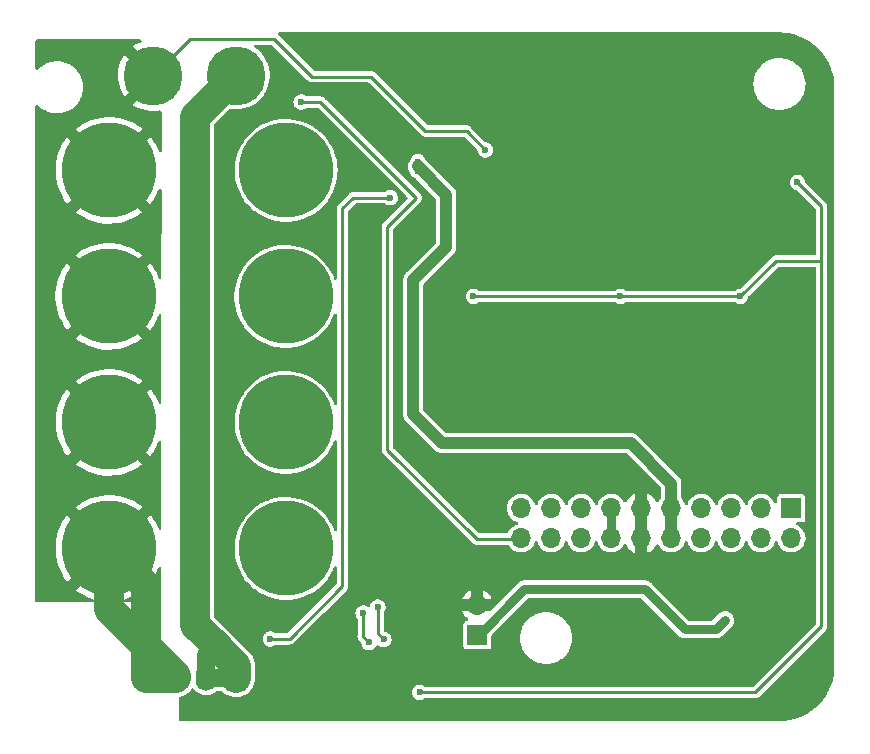
<source format=gbl>
%TF.GenerationSoftware,KiCad,Pcbnew,6.0.0-rc2*%
%TF.CreationDate,2022-01-03T19:22:05-08:00*%
%TF.ProjectId,acorn-power-electronics,61636f72-6e2d-4706-9f77-65722d656c65,rev?*%
%TF.SameCoordinates,Original*%
%TF.FileFunction,Copper,L2,Bot*%
%TF.FilePolarity,Positive*%
%FSLAX46Y46*%
G04 Gerber Fmt 4.6, Leading zero omitted, Abs format (unit mm)*
G04 Created by KiCad (PCBNEW 6.0.0-rc2) date 2022-01-03 19:22:05*
%MOMM*%
%LPD*%
G01*
G04 APERTURE LIST*
G04 Aperture macros list*
%AMRoundRect*
0 Rectangle with rounded corners*
0 $1 Rounding radius*
0 $2 $3 $4 $5 $6 $7 $8 $9 X,Y pos of 4 corners*
0 Add a 4 corners polygon primitive as box body*
4,1,4,$2,$3,$4,$5,$6,$7,$8,$9,$2,$3,0*
0 Add four circle primitives for the rounded corners*
1,1,$1+$1,$2,$3*
1,1,$1+$1,$4,$5*
1,1,$1+$1,$6,$7*
1,1,$1+$1,$8,$9*
0 Add four rect primitives between the rounded corners*
20,1,$1+$1,$2,$3,$4,$5,0*
20,1,$1+$1,$4,$5,$6,$7,0*
20,1,$1+$1,$6,$7,$8,$9,0*
20,1,$1+$1,$8,$9,$2,$3,0*%
G04 Aperture macros list end*
%TA.AperFunction,ComponentPad*%
%ADD10C,8.000000*%
%TD*%
%TA.AperFunction,ComponentPad*%
%ADD11R,1.700000X1.700000*%
%TD*%
%TA.AperFunction,ComponentPad*%
%ADD12O,1.700000X1.700000*%
%TD*%
%TA.AperFunction,ComponentPad*%
%ADD13RoundRect,0.250000X0.620000X0.845000X-0.620000X0.845000X-0.620000X-0.845000X0.620000X-0.845000X0*%
%TD*%
%TA.AperFunction,ComponentPad*%
%ADD14O,1.740000X2.190000*%
%TD*%
%TA.AperFunction,ComponentPad*%
%ADD15C,5.000000*%
%TD*%
%TA.AperFunction,ViaPad*%
%ADD16C,0.600000*%
%TD*%
%TA.AperFunction,Conductor*%
%ADD17C,1.000000*%
%TD*%
%TA.AperFunction,Conductor*%
%ADD18C,0.250000*%
%TD*%
%TA.AperFunction,Conductor*%
%ADD19C,2.500000*%
%TD*%
%TA.AperFunction,Conductor*%
%ADD20C,0.800000*%
%TD*%
%TA.AperFunction,Conductor*%
%ADD21C,1.500000*%
%TD*%
G04 APERTURE END LIST*
D10*
X70224000Y-129540000D03*
X85224000Y-129540000D03*
D11*
X128000000Y-126125000D03*
D12*
X128000000Y-128665000D03*
X125460000Y-126125000D03*
X125460000Y-128665000D03*
X122920000Y-126125000D03*
X122920000Y-128665000D03*
X120380000Y-126125000D03*
X120380000Y-128665000D03*
X117840000Y-126125000D03*
X117840000Y-128665000D03*
X115300000Y-126125000D03*
X115300000Y-128665000D03*
X112760000Y-126125000D03*
X112760000Y-128665000D03*
X110220000Y-126125000D03*
X110220000Y-128665000D03*
X107680000Y-126125000D03*
X107680000Y-128665000D03*
X105140000Y-126125000D03*
X105140000Y-128665000D03*
D11*
X101400000Y-136875000D03*
D12*
X101400000Y-134335000D03*
D10*
X70224000Y-118872000D03*
X85224000Y-118872000D03*
X70200000Y-108204000D03*
X85200000Y-108204000D03*
X70224000Y-97536000D03*
X85224000Y-97536000D03*
D13*
X81000000Y-140520000D03*
D14*
X78460000Y-140520000D03*
X75920000Y-140520000D03*
X73380000Y-140520000D03*
D15*
X81000000Y-89500000D03*
X74000000Y-89500000D03*
D16*
X88750000Y-142000000D03*
X126250000Y-133000000D03*
X101000000Y-140000000D03*
X89500000Y-139000000D03*
X93000000Y-93000000D03*
X92964000Y-94488000D03*
X120750000Y-133500000D03*
X100457000Y-101854000D03*
X87250000Y-141750000D03*
X101500000Y-97750000D03*
X118750000Y-132500000D03*
X96400000Y-96800000D03*
X96400000Y-97600000D03*
X123698000Y-108204000D03*
X113538000Y-108204000D03*
X101092000Y-108204000D03*
X128524000Y-98552000D03*
X96530000Y-141732000D03*
X86500000Y-91750000D03*
X83900000Y-137200000D03*
X94030000Y-99830000D03*
X102108000Y-95800000D03*
X93000000Y-134500000D03*
X93500000Y-137250000D03*
X91750000Y-135000000D03*
X92250000Y-137500000D03*
X122400000Y-135600000D03*
X121600000Y-136400000D03*
D17*
X96000000Y-106800000D02*
X98800000Y-104000000D01*
X96000000Y-118200000D02*
X96000000Y-106800000D01*
X117846000Y-126125000D02*
X117846000Y-124046000D01*
X98800000Y-104000000D02*
X98800000Y-99600000D01*
X98800000Y-99600000D02*
X96400000Y-97200000D01*
X117846000Y-128665000D02*
X117846000Y-126125000D01*
X114400000Y-120600000D02*
X98400000Y-120600000D01*
X98400000Y-120600000D02*
X96000000Y-118200000D01*
X117846000Y-124046000D02*
X114400000Y-120600000D01*
D18*
X113538000Y-108204000D02*
X123698000Y-108204000D01*
X126698000Y-105204000D02*
X130556000Y-105204000D01*
X130556000Y-100584000D02*
X128524000Y-98552000D01*
X123698000Y-108204000D02*
X126698000Y-105204000D01*
X101092000Y-108204000D02*
X113538000Y-108204000D01*
X130556000Y-136144000D02*
X130556000Y-105204000D01*
X96530000Y-141732000D02*
X124968000Y-141732000D01*
X124968000Y-141732000D02*
X130556000Y-136144000D01*
X130556000Y-105204000D02*
X130556000Y-100584000D01*
X101369490Y-128739490D02*
X105071510Y-128739490D01*
X93800000Y-121170000D02*
X101369490Y-128739490D01*
X105071510Y-128739490D02*
X105146000Y-128665000D01*
X96250000Y-99866807D02*
X93800000Y-102316807D01*
X88133193Y-91750000D02*
X96250000Y-99866807D01*
X86500000Y-91750000D02*
X88133193Y-91750000D01*
X93800000Y-102316807D02*
X93800000Y-121170000D01*
X90920000Y-99830000D02*
X90000000Y-100750000D01*
X90000000Y-100750000D02*
X90000000Y-132750000D01*
X85550000Y-137200000D02*
X83900000Y-137200000D01*
X90000000Y-132750000D02*
X85550000Y-137200000D01*
X94030000Y-99830000D02*
X90920000Y-99830000D01*
X84200000Y-86400000D02*
X77100000Y-86400000D01*
D19*
X75920000Y-140520000D02*
X75920000Y-140330000D01*
D18*
X87400000Y-89600000D02*
X84200000Y-86400000D01*
D19*
X70224000Y-134634000D02*
X70224000Y-129540000D01*
D18*
X102108000Y-95800000D02*
X100508000Y-94200000D01*
D19*
X75920000Y-140330000D02*
X70224000Y-134634000D01*
D18*
X100508000Y-94200000D02*
X97000000Y-94200000D01*
X92400000Y-89600000D02*
X87400000Y-89600000D01*
D19*
X73380000Y-132696000D02*
X70224000Y-129540000D01*
D20*
X112766000Y-126125000D02*
X112766000Y-128665000D01*
D19*
X75920000Y-140520000D02*
X73380000Y-140520000D01*
X73380000Y-140520000D02*
X73380000Y-132696000D01*
D18*
X97000000Y-94200000D02*
X92400000Y-89600000D01*
X77100000Y-86400000D02*
X74000000Y-89500000D01*
X93000000Y-136750000D02*
X93500000Y-137250000D01*
X93000000Y-134500000D02*
X93000000Y-136750000D01*
X91750000Y-137000000D02*
X92250000Y-137500000D01*
X91750000Y-135000000D02*
X91750000Y-137000000D01*
D20*
X105400000Y-133000000D02*
X115600000Y-133000000D01*
X122400000Y-135600000D02*
X121600000Y-136400000D01*
X101525000Y-136875000D02*
X105400000Y-133000000D01*
X119000000Y-136400000D02*
X121600000Y-136400000D01*
X115600000Y-133000000D02*
X119000000Y-136400000D01*
X101400000Y-136875000D02*
X101525000Y-136875000D01*
D19*
X77500000Y-136000000D02*
X79250000Y-137750000D01*
D21*
X78460000Y-140520000D02*
X78460000Y-138540000D01*
D19*
X79250000Y-137750000D02*
X81000000Y-139500000D01*
D21*
X78460000Y-140520000D02*
X81000000Y-140520000D01*
D19*
X81000000Y-89500000D02*
X77500000Y-93000000D01*
D21*
X78460000Y-138540000D02*
X79250000Y-137750000D01*
D19*
X77500000Y-93000000D02*
X77500000Y-136000000D01*
X81000000Y-139500000D02*
X81000000Y-140520000D01*
%TA.AperFunction,Conductor*%
G36*
X126982247Y-85851551D02*
G01*
X127000000Y-85854363D01*
X127009793Y-85852812D01*
X127011100Y-85852812D01*
X127034266Y-85851496D01*
X127399779Y-85867455D01*
X127410727Y-85868413D01*
X127802021Y-85919927D01*
X127812829Y-85921833D01*
X128198137Y-86007254D01*
X128208754Y-86010099D01*
X128585151Y-86128776D01*
X128595464Y-86132529D01*
X128960108Y-86283570D01*
X128970052Y-86288208D01*
X129143717Y-86378612D01*
X129320117Y-86470440D01*
X129329637Y-86475936D01*
X129662485Y-86687984D01*
X129671489Y-86694288D01*
X129955746Y-86912405D01*
X129984603Y-86934548D01*
X129993020Y-86941612D01*
X130242924Y-87170605D01*
X130283991Y-87208236D01*
X130291760Y-87216005D01*
X130494071Y-87436789D01*
X130558386Y-87506977D01*
X130565449Y-87515394D01*
X130685582Y-87671954D01*
X130805712Y-87828511D01*
X130812016Y-87837515D01*
X130884635Y-87951504D01*
X131008353Y-88145701D01*
X131024064Y-88170363D01*
X131029559Y-88179882D01*
X131183762Y-88476101D01*
X131211788Y-88529939D01*
X131216430Y-88539892D01*
X131367468Y-88904528D01*
X131371224Y-88914849D01*
X131472781Y-89236946D01*
X131489901Y-89291245D01*
X131492746Y-89301862D01*
X131575801Y-89676497D01*
X131578165Y-89687162D01*
X131580073Y-89697979D01*
X131624987Y-90039142D01*
X131631587Y-90089272D01*
X131632545Y-90100221D01*
X131648426Y-90463940D01*
X131648504Y-90465730D01*
X131647188Y-90488900D01*
X131647188Y-90490207D01*
X131645637Y-90500000D01*
X131647188Y-90509792D01*
X131648449Y-90517754D01*
X131650000Y-90537465D01*
X131650000Y-139486535D01*
X131648449Y-139506246D01*
X131645637Y-139524000D01*
X131647188Y-139533793D01*
X131647188Y-139535100D01*
X131648504Y-139558266D01*
X131638336Y-139791141D01*
X131632545Y-139923778D01*
X131631587Y-139934728D01*
X131580074Y-140326013D01*
X131578167Y-140336829D01*
X131537559Y-140520000D01*
X131492746Y-140722137D01*
X131489901Y-140732754D01*
X131379833Y-141081849D01*
X131371227Y-141109143D01*
X131367471Y-141119464D01*
X131223340Y-141467427D01*
X131216434Y-141484099D01*
X131211792Y-141494052D01*
X131041536Y-141821111D01*
X131029560Y-141844117D01*
X131024065Y-141853635D01*
X131004396Y-141884509D01*
X130812016Y-142186485D01*
X130805712Y-142195489D01*
X130565452Y-142508603D01*
X130558386Y-142517023D01*
X130291764Y-142807991D01*
X130283991Y-142815764D01*
X129993023Y-143082386D01*
X129984603Y-143089452D01*
X129671489Y-143329712D01*
X129662485Y-143336016D01*
X129329637Y-143548064D01*
X129320118Y-143553559D01*
X128970052Y-143735792D01*
X128960108Y-143740430D01*
X128595464Y-143891471D01*
X128585151Y-143895224D01*
X128231689Y-144006670D01*
X128208755Y-144013901D01*
X128198138Y-144016746D01*
X127812829Y-144102167D01*
X127802021Y-144104073D01*
X127422798Y-144153998D01*
X127410728Y-144155587D01*
X127399779Y-144156545D01*
X127034266Y-144172504D01*
X127011100Y-144171188D01*
X127009793Y-144171188D01*
X127000000Y-144169637D01*
X126990208Y-144171188D01*
X126982246Y-144172449D01*
X126962535Y-144174000D01*
X76264219Y-144174000D01*
X76196098Y-144153998D01*
X76149605Y-144100342D01*
X76138219Y-144047728D01*
X76138891Y-143735788D01*
X76142177Y-142211693D01*
X76162325Y-142143620D01*
X76216081Y-142097243D01*
X76238758Y-142089451D01*
X76416111Y-142046873D01*
X76420684Y-142044979D01*
X76644285Y-141952361D01*
X76644289Y-141952359D01*
X76648859Y-141950466D01*
X76863659Y-141818836D01*
X76867419Y-141815624D01*
X76867424Y-141815621D01*
X77051462Y-141658437D01*
X77055224Y-141655224D01*
X77148747Y-141545723D01*
X77215618Y-141467427D01*
X77215619Y-141467426D01*
X77218836Y-141463659D01*
X77236912Y-141434163D01*
X77289559Y-141386534D01*
X77359600Y-141374928D01*
X77424798Y-141403032D01*
X77446663Y-141426473D01*
X77532353Y-141545723D01*
X77688810Y-141697340D01*
X77869643Y-141818855D01*
X77992686Y-141872867D01*
X78019207Y-141884509D01*
X78069137Y-141906427D01*
X78074595Y-141907737D01*
X78074594Y-141907737D01*
X78260467Y-141952361D01*
X78280985Y-141957287D01*
X78363910Y-141962068D01*
X78492885Y-141969505D01*
X78492888Y-141969505D01*
X78498492Y-141969828D01*
X78714782Y-141943654D01*
X78923019Y-141879592D01*
X78927999Y-141877022D01*
X78928003Y-141877020D01*
X79111637Y-141782239D01*
X79111638Y-141782239D01*
X79116620Y-141779667D01*
X79289466Y-141647038D01*
X79290996Y-141649032D01*
X79345130Y-141622363D01*
X79366715Y-141620500D01*
X79757001Y-141620500D01*
X79825122Y-141640502D01*
X79856964Y-141669796D01*
X79951718Y-141793282D01*
X80077159Y-141889536D01*
X80223238Y-141950044D01*
X80231425Y-141951122D01*
X80231426Y-141951122D01*
X80275520Y-141956927D01*
X80307292Y-141965440D01*
X80469460Y-142032612D01*
X80503889Y-142046873D01*
X80532147Y-142053657D01*
X80744039Y-142104528D01*
X80744045Y-142104529D01*
X80748852Y-142105683D01*
X81000000Y-142125449D01*
X81251148Y-142105683D01*
X81255955Y-142104529D01*
X81255961Y-142104528D01*
X81467853Y-142053657D01*
X81496111Y-142046873D01*
X81522847Y-142035799D01*
X81692711Y-141965439D01*
X81724484Y-141956926D01*
X81768575Y-141951122D01*
X81768577Y-141951121D01*
X81776762Y-141950044D01*
X81922841Y-141889536D01*
X82048282Y-141793282D01*
X82100571Y-141725138D01*
X95874758Y-141725138D01*
X95892035Y-141881633D01*
X95946143Y-142029490D01*
X95950380Y-142035796D01*
X95950382Y-142035799D01*
X95980803Y-142081070D01*
X96033958Y-142160172D01*
X96150410Y-142266135D01*
X96171885Y-142277795D01*
X96282099Y-142337637D01*
X96282101Y-142337638D01*
X96288776Y-142341262D01*
X96296125Y-142343190D01*
X96433719Y-142379287D01*
X96433721Y-142379287D01*
X96441069Y-142381215D01*
X96524380Y-142382524D01*
X96590898Y-142383569D01*
X96590901Y-142383569D01*
X96598495Y-142383688D01*
X96751968Y-142348538D01*
X96892625Y-142277795D01*
X96939584Y-142237688D01*
X97004372Y-142208658D01*
X97021413Y-142207500D01*
X124900627Y-142207500D01*
X124911723Y-142208739D01*
X124911771Y-142208141D01*
X124920717Y-142208861D01*
X124929473Y-142210842D01*
X124979441Y-142207742D01*
X124987242Y-142207500D01*
X125002145Y-142207500D01*
X125011514Y-142206158D01*
X125021566Y-142205129D01*
X125065417Y-142202408D01*
X125073862Y-142199359D01*
X125080098Y-142198068D01*
X125087849Y-142196135D01*
X125093938Y-142194354D01*
X125102829Y-142193081D01*
X125114751Y-142187660D01*
X125142836Y-142174892D01*
X125152201Y-142171080D01*
X125185083Y-142159209D01*
X125185086Y-142159207D01*
X125193530Y-142156159D01*
X125200777Y-142150864D01*
X125206407Y-142147871D01*
X125213257Y-142143868D01*
X125218644Y-142140423D01*
X125226820Y-142136706D01*
X125233621Y-142130846D01*
X125260113Y-142108019D01*
X125268029Y-142101734D01*
X125274101Y-142097298D01*
X125274108Y-142097292D01*
X125278035Y-142094423D01*
X125288076Y-142084382D01*
X125294923Y-142078024D01*
X125330004Y-142047796D01*
X125334888Y-142040261D01*
X125340787Y-142033499D01*
X125340867Y-142033569D01*
X125349252Y-142023206D01*
X130844586Y-136527872D01*
X130853312Y-136520900D01*
X130852923Y-136520442D01*
X130859757Y-136514626D01*
X130867350Y-136509835D01*
X130900506Y-136472293D01*
X130905852Y-136466606D01*
X130916373Y-136456085D01*
X130922048Y-136448513D01*
X130928424Y-136440682D01*
X130951570Y-136414474D01*
X130957513Y-136407745D01*
X130961329Y-136399618D01*
X130964834Y-136394281D01*
X130968936Y-136387454D01*
X130971991Y-136381875D01*
X130977372Y-136374695D01*
X130980521Y-136366294D01*
X130980523Y-136366291D01*
X130992798Y-136333545D01*
X130996727Y-136324222D01*
X131011585Y-136292577D01*
X131011586Y-136292572D01*
X131015399Y-136284452D01*
X131016780Y-136275584D01*
X131018633Y-136269523D01*
X131020667Y-136261771D01*
X131022032Y-136255564D01*
X131025183Y-136247157D01*
X131028439Y-136203339D01*
X131029593Y-136193291D01*
X131030750Y-136185858D01*
X131031500Y-136181044D01*
X131031500Y-136166834D01*
X131031846Y-136157496D01*
X131034612Y-136120274D01*
X131035277Y-136111326D01*
X131033404Y-136102550D01*
X131032793Y-136093593D01*
X131032899Y-136093586D01*
X131031500Y-136080333D01*
X131031500Y-105212095D01*
X131031502Y-105211325D01*
X131031922Y-105142532D01*
X131031945Y-105138804D01*
X131031581Y-105137531D01*
X131031500Y-105136340D01*
X131031500Y-100651373D01*
X131032739Y-100640277D01*
X131032141Y-100640229D01*
X131032861Y-100631283D01*
X131034842Y-100622527D01*
X131031742Y-100572559D01*
X131031500Y-100564758D01*
X131031500Y-100549855D01*
X131030158Y-100540486D01*
X131029128Y-100530427D01*
X131026964Y-100495544D01*
X131026408Y-100486583D01*
X131023359Y-100478138D01*
X131022068Y-100471902D01*
X131020135Y-100464151D01*
X131018354Y-100458062D01*
X131017081Y-100449171D01*
X131007180Y-100427394D01*
X130998892Y-100409164D01*
X130995080Y-100399799D01*
X130983209Y-100366917D01*
X130983207Y-100366914D01*
X130980159Y-100358470D01*
X130974864Y-100351223D01*
X130971871Y-100345593D01*
X130967868Y-100338743D01*
X130964423Y-100333356D01*
X130960706Y-100325180D01*
X130932019Y-100291887D01*
X130925734Y-100283971D01*
X130921298Y-100277899D01*
X130921292Y-100277892D01*
X130918423Y-100273965D01*
X130908382Y-100263924D01*
X130902024Y-100257077D01*
X130877657Y-100228798D01*
X130871796Y-100221996D01*
X130864261Y-100217112D01*
X130857499Y-100211213D01*
X130857569Y-100211133D01*
X130847206Y-100202748D01*
X129207678Y-98563220D01*
X129173652Y-98500908D01*
X129171686Y-98489262D01*
X129161275Y-98403234D01*
X129160363Y-98395694D01*
X129104710Y-98248412D01*
X129015531Y-98118657D01*
X128968971Y-98077174D01*
X128903648Y-98018972D01*
X128903645Y-98018970D01*
X128897976Y-98013919D01*
X128758831Y-97940245D01*
X128742122Y-97936048D01*
X128613498Y-97903740D01*
X128613496Y-97903740D01*
X128606128Y-97901889D01*
X128598530Y-97901849D01*
X128598528Y-97901849D01*
X128531319Y-97901497D01*
X128448684Y-97901065D01*
X128441305Y-97902837D01*
X128441301Y-97902837D01*
X128302967Y-97936048D01*
X128302963Y-97936049D01*
X128295588Y-97937820D01*
X128155679Y-98010032D01*
X128149957Y-98015024D01*
X128149955Y-98015025D01*
X128042759Y-98108538D01*
X128042756Y-98108541D01*
X128037034Y-98113533D01*
X128032667Y-98119747D01*
X127963917Y-98217568D01*
X127946501Y-98242348D01*
X127889309Y-98389039D01*
X127888318Y-98396568D01*
X127870428Y-98532455D01*
X127868758Y-98545138D01*
X127886035Y-98701633D01*
X127940143Y-98849490D01*
X128027958Y-98980172D01*
X128144410Y-99086135D01*
X128151085Y-99089759D01*
X128276099Y-99157637D01*
X128276101Y-99157638D01*
X128282776Y-99161262D01*
X128290125Y-99163190D01*
X128427719Y-99199287D01*
X128427721Y-99199287D01*
X128435069Y-99201215D01*
X128447229Y-99201406D01*
X128450779Y-99201462D01*
X128518577Y-99222532D01*
X128537893Y-99238351D01*
X130043595Y-100744053D01*
X130077621Y-100806365D01*
X130080500Y-100833148D01*
X130080500Y-104602500D01*
X130060498Y-104670621D01*
X130006842Y-104717114D01*
X129954500Y-104728500D01*
X126765373Y-104728500D01*
X126754277Y-104727261D01*
X126754229Y-104727859D01*
X126745283Y-104727139D01*
X126736527Y-104725158D01*
X126692986Y-104727859D01*
X126686554Y-104728258D01*
X126678753Y-104728500D01*
X126663855Y-104728500D01*
X126654492Y-104729841D01*
X126644442Y-104730870D01*
X126624984Y-104732077D01*
X126609542Y-104733035D01*
X126609540Y-104733035D01*
X126600584Y-104733591D01*
X126592144Y-104736638D01*
X126585897Y-104737932D01*
X126578191Y-104739853D01*
X126572056Y-104741647D01*
X126563171Y-104742919D01*
X126555000Y-104746634D01*
X126523168Y-104761107D01*
X126513802Y-104764920D01*
X126472471Y-104779841D01*
X126465225Y-104785135D01*
X126459588Y-104788132D01*
X126452735Y-104792137D01*
X126447356Y-104795577D01*
X126439180Y-104799294D01*
X126432378Y-104805155D01*
X126405891Y-104827978D01*
X126397987Y-104834255D01*
X126387965Y-104841576D01*
X126377917Y-104851624D01*
X126371070Y-104857982D01*
X126335996Y-104888204D01*
X126331112Y-104895739D01*
X126325213Y-104902501D01*
X126325133Y-104902431D01*
X126316750Y-104912791D01*
X125002867Y-106226675D01*
X123713375Y-107516167D01*
X123651063Y-107550192D01*
X123637748Y-107551588D01*
X123637823Y-107552232D01*
X123630278Y-107553105D01*
X123622684Y-107553065D01*
X123615305Y-107554837D01*
X123615301Y-107554837D01*
X123476967Y-107588048D01*
X123476963Y-107588049D01*
X123469588Y-107589820D01*
X123329679Y-107662032D01*
X123323960Y-107667021D01*
X123289080Y-107697449D01*
X123224598Y-107727157D01*
X123206250Y-107728500D01*
X114030203Y-107728500D01*
X113962082Y-107708498D01*
X113946393Y-107696584D01*
X113911976Y-107665919D01*
X113898061Y-107658551D01*
X113779543Y-107595799D01*
X113779544Y-107595799D01*
X113772831Y-107592245D01*
X113756122Y-107588048D01*
X113627498Y-107555740D01*
X113627496Y-107555740D01*
X113620128Y-107553889D01*
X113612530Y-107553849D01*
X113612528Y-107553849D01*
X113545319Y-107553497D01*
X113462684Y-107553065D01*
X113455305Y-107554837D01*
X113455301Y-107554837D01*
X113316967Y-107588048D01*
X113316963Y-107588049D01*
X113309588Y-107589820D01*
X113169679Y-107662032D01*
X113163960Y-107667021D01*
X113129080Y-107697449D01*
X113064598Y-107727157D01*
X113046250Y-107728500D01*
X101584203Y-107728500D01*
X101516082Y-107708498D01*
X101500393Y-107696584D01*
X101465976Y-107665919D01*
X101452061Y-107658551D01*
X101333543Y-107595799D01*
X101333544Y-107595799D01*
X101326831Y-107592245D01*
X101310122Y-107588048D01*
X101181498Y-107555740D01*
X101181496Y-107555740D01*
X101174128Y-107553889D01*
X101166530Y-107553849D01*
X101166528Y-107553849D01*
X101099319Y-107553497D01*
X101016684Y-107553065D01*
X101009305Y-107554837D01*
X101009301Y-107554837D01*
X100870967Y-107588048D01*
X100870963Y-107588049D01*
X100863588Y-107589820D01*
X100723679Y-107662032D01*
X100717957Y-107667024D01*
X100717955Y-107667025D01*
X100610759Y-107760538D01*
X100610756Y-107760541D01*
X100605034Y-107765533D01*
X100514501Y-107894348D01*
X100457309Y-108041039D01*
X100436758Y-108197138D01*
X100454035Y-108353633D01*
X100508143Y-108501490D01*
X100512380Y-108507796D01*
X100512382Y-108507799D01*
X100552709Y-108567811D01*
X100595958Y-108632172D01*
X100712410Y-108738135D01*
X100733885Y-108749795D01*
X100844099Y-108809637D01*
X100844101Y-108809638D01*
X100850776Y-108813262D01*
X100858125Y-108815190D01*
X100995719Y-108851287D01*
X100995721Y-108851287D01*
X101003069Y-108853215D01*
X101086380Y-108854524D01*
X101152898Y-108855569D01*
X101152901Y-108855569D01*
X101160495Y-108855688D01*
X101313968Y-108820538D01*
X101454625Y-108749795D01*
X101501584Y-108709688D01*
X101566372Y-108680658D01*
X101583413Y-108679500D01*
X113045224Y-108679500D01*
X113113345Y-108699502D01*
X113130023Y-108712306D01*
X113152789Y-108733021D01*
X113152793Y-108733024D01*
X113158410Y-108738135D01*
X113179885Y-108749795D01*
X113290099Y-108809637D01*
X113290101Y-108809638D01*
X113296776Y-108813262D01*
X113304125Y-108815190D01*
X113441719Y-108851287D01*
X113441721Y-108851287D01*
X113449069Y-108853215D01*
X113532380Y-108854524D01*
X113598898Y-108855569D01*
X113598901Y-108855569D01*
X113606495Y-108855688D01*
X113759968Y-108820538D01*
X113900625Y-108749795D01*
X113947584Y-108709688D01*
X114012372Y-108680658D01*
X114029413Y-108679500D01*
X123205224Y-108679500D01*
X123273345Y-108699502D01*
X123290023Y-108712306D01*
X123312789Y-108733021D01*
X123312793Y-108733024D01*
X123318410Y-108738135D01*
X123339885Y-108749795D01*
X123450099Y-108809637D01*
X123450101Y-108809638D01*
X123456776Y-108813262D01*
X123464125Y-108815190D01*
X123601719Y-108851287D01*
X123601721Y-108851287D01*
X123609069Y-108853215D01*
X123692380Y-108854524D01*
X123758898Y-108855569D01*
X123758901Y-108855569D01*
X123766495Y-108855688D01*
X123919968Y-108820538D01*
X124060625Y-108749795D01*
X124119511Y-108699502D01*
X124174574Y-108652474D01*
X124174576Y-108652471D01*
X124180348Y-108647542D01*
X124272224Y-108519683D01*
X124330950Y-108373598D01*
X124346613Y-108263538D01*
X124376013Y-108198916D01*
X124382261Y-108192197D01*
X126858054Y-105716405D01*
X126920366Y-105682379D01*
X126947149Y-105679500D01*
X129954500Y-105679500D01*
X130022621Y-105699502D01*
X130069114Y-105753158D01*
X130080500Y-105805500D01*
X130080500Y-135894852D01*
X130060498Y-135962973D01*
X130043595Y-135983947D01*
X124807947Y-141219595D01*
X124745635Y-141253621D01*
X124718852Y-141256500D01*
X97022203Y-141256500D01*
X96954082Y-141236498D01*
X96938393Y-141224584D01*
X96903976Y-141193919D01*
X96764831Y-141120245D01*
X96720632Y-141109143D01*
X96619498Y-141083740D01*
X96619496Y-141083740D01*
X96612128Y-141081889D01*
X96604530Y-141081849D01*
X96604528Y-141081849D01*
X96537319Y-141081497D01*
X96454684Y-141081065D01*
X96447305Y-141082837D01*
X96447301Y-141082837D01*
X96308967Y-141116048D01*
X96308963Y-141116049D01*
X96301588Y-141117820D01*
X96161679Y-141190032D01*
X96155957Y-141195024D01*
X96155955Y-141195025D01*
X96048759Y-141288538D01*
X96048756Y-141288541D01*
X96043034Y-141293533D01*
X96038667Y-141299747D01*
X95966077Y-141403032D01*
X95952501Y-141422348D01*
X95895309Y-141569039D01*
X95894318Y-141576568D01*
X95878418Y-141697340D01*
X95874758Y-141725138D01*
X82100571Y-141725138D01*
X82144536Y-141667841D01*
X82155814Y-141640613D01*
X82176412Y-141607000D01*
X82295621Y-141467425D01*
X82295629Y-141467413D01*
X82298836Y-141463659D01*
X82430466Y-141248859D01*
X82440525Y-141224576D01*
X82524979Y-141020684D01*
X82524980Y-141020682D01*
X82526873Y-141016111D01*
X82585683Y-140771148D01*
X82600500Y-140582882D01*
X82600500Y-139567841D01*
X82600888Y-139557955D01*
X82605061Y-139504930D01*
X82605449Y-139500000D01*
X82585684Y-139248852D01*
X82526874Y-139003889D01*
X82490295Y-138915579D01*
X82432361Y-138775715D01*
X82432359Y-138775711D01*
X82430466Y-138771141D01*
X82298836Y-138556341D01*
X82295629Y-138552586D01*
X82295626Y-138552582D01*
X82266852Y-138518893D01*
X82138439Y-138368540D01*
X82138437Y-138368538D01*
X82135224Y-138364776D01*
X82091009Y-138327012D01*
X82083756Y-138320307D01*
X79137405Y-135373956D01*
X79103379Y-135311644D01*
X79100500Y-135284861D01*
X79100500Y-108067193D01*
X80846716Y-108067193D01*
X80853161Y-108477480D01*
X80898190Y-108885340D01*
X80981401Y-109287152D01*
X80982274Y-109289988D01*
X80982274Y-109289990D01*
X81096824Y-109662339D01*
X81102057Y-109679350D01*
X81259086Y-110058453D01*
X81451096Y-110421096D01*
X81452721Y-110423570D01*
X81452727Y-110423580D01*
X81657299Y-110735010D01*
X81676381Y-110764059D01*
X81932941Y-111084300D01*
X81934999Y-111086423D01*
X81935001Y-111086426D01*
X82216441Y-111376849D01*
X82216449Y-111376857D01*
X82218501Y-111378974D01*
X82530524Y-111645467D01*
X82866242Y-111881414D01*
X83046440Y-111984197D01*
X83220099Y-112083250D01*
X83220104Y-112083253D01*
X83222675Y-112084719D01*
X83596658Y-112253579D01*
X83984873Y-112386495D01*
X83987747Y-112387185D01*
X83987754Y-112387187D01*
X84380994Y-112481595D01*
X84380998Y-112481596D01*
X84383873Y-112482286D01*
X84386806Y-112482703D01*
X84386809Y-112482704D01*
X84584466Y-112510834D01*
X84790118Y-112540103D01*
X85200000Y-112559433D01*
X85609882Y-112540103D01*
X85815534Y-112510834D01*
X86013191Y-112482704D01*
X86013194Y-112482703D01*
X86016127Y-112482286D01*
X86019002Y-112481596D01*
X86019006Y-112481595D01*
X86412246Y-112387187D01*
X86412253Y-112387185D01*
X86415127Y-112386495D01*
X86803342Y-112253579D01*
X87177325Y-112084719D01*
X87179896Y-112083253D01*
X87179901Y-112083250D01*
X87353560Y-111984197D01*
X87533758Y-111881414D01*
X87869476Y-111645467D01*
X88181499Y-111378974D01*
X88183551Y-111376857D01*
X88183559Y-111376849D01*
X88464999Y-111086426D01*
X88465001Y-111086423D01*
X88467059Y-111084300D01*
X88723619Y-110764059D01*
X88742701Y-110735010D01*
X88947273Y-110423580D01*
X88947279Y-110423570D01*
X88948904Y-110421096D01*
X89140914Y-110058453D01*
X89282091Y-109717620D01*
X89326639Y-109662339D01*
X89394003Y-109639918D01*
X89462794Y-109657476D01*
X89511172Y-109709438D01*
X89524500Y-109765838D01*
X89524500Y-117244533D01*
X89504498Y-117312654D01*
X89450842Y-117359147D01*
X89380568Y-117369251D01*
X89315988Y-117339757D01*
X89279293Y-117285347D01*
X89274537Y-117271455D01*
X89274534Y-117271448D01*
X89273579Y-117268658D01*
X89104719Y-116894675D01*
X88901414Y-116538242D01*
X88665467Y-116202524D01*
X88576298Y-116098120D01*
X88400899Y-115892755D01*
X88398974Y-115890501D01*
X88396857Y-115888449D01*
X88396849Y-115888441D01*
X88106426Y-115607001D01*
X88106423Y-115606999D01*
X88104300Y-115604941D01*
X87784059Y-115348381D01*
X87664288Y-115269706D01*
X87443580Y-115124727D01*
X87443570Y-115124721D01*
X87441096Y-115123096D01*
X87078453Y-114931086D01*
X86699350Y-114774057D01*
X86696527Y-114773189D01*
X86696520Y-114773186D01*
X86309990Y-114654274D01*
X86309988Y-114654274D01*
X86307152Y-114653401D01*
X86304249Y-114652800D01*
X86304242Y-114652798D01*
X85908259Y-114570794D01*
X85908249Y-114570792D01*
X85905340Y-114570190D01*
X85497480Y-114525161D01*
X85494499Y-114525114D01*
X85494496Y-114525114D01*
X85378926Y-114523299D01*
X85087193Y-114518716D01*
X85084249Y-114518948D01*
X85084239Y-114518948D01*
X84692286Y-114549796D01*
X84678119Y-114550911D01*
X84273892Y-114621460D01*
X84271025Y-114622244D01*
X84271013Y-114622247D01*
X83880961Y-114728953D01*
X83880951Y-114728956D01*
X83878097Y-114729737D01*
X83875333Y-114730781D01*
X83875322Y-114730785D01*
X83497022Y-114873733D01*
X83494249Y-114874781D01*
X83125754Y-115055305D01*
X82775884Y-115269706D01*
X82447743Y-115516081D01*
X82144244Y-115792244D01*
X81868081Y-116095743D01*
X81866299Y-116098116D01*
X81866296Y-116098120D01*
X81786086Y-116204950D01*
X81621706Y-116423884D01*
X81407305Y-116773754D01*
X81226781Y-117142249D01*
X81225734Y-117145019D01*
X81225733Y-117145022D01*
X81082785Y-117523322D01*
X81082781Y-117523333D01*
X81081737Y-117526097D01*
X81080956Y-117528951D01*
X81080953Y-117528961D01*
X80974247Y-117919013D01*
X80974244Y-117919025D01*
X80973460Y-117921892D01*
X80902911Y-118326119D01*
X80902679Y-118329067D01*
X80872129Y-118717244D01*
X80870716Y-118735193D01*
X80877161Y-119145480D01*
X80922190Y-119553340D01*
X80922792Y-119556249D01*
X80922794Y-119556259D01*
X81000523Y-119931598D01*
X81005401Y-119955152D01*
X81126057Y-120347350D01*
X81283086Y-120726453D01*
X81475096Y-121089096D01*
X81476721Y-121091570D01*
X81476727Y-121091580D01*
X81630344Y-121325438D01*
X81700381Y-121432059D01*
X81956941Y-121752300D01*
X81958999Y-121754423D01*
X81959001Y-121754426D01*
X82240441Y-122044849D01*
X82240449Y-122044857D01*
X82242501Y-122046974D01*
X82554524Y-122313467D01*
X82890242Y-122549414D01*
X83070440Y-122652197D01*
X83244099Y-122751250D01*
X83244104Y-122751253D01*
X83246675Y-122752719D01*
X83620658Y-122921579D01*
X84008873Y-123054495D01*
X84011747Y-123055185D01*
X84011754Y-123055187D01*
X84404994Y-123149595D01*
X84404998Y-123149596D01*
X84407873Y-123150286D01*
X84410806Y-123150703D01*
X84410809Y-123150704D01*
X84608466Y-123178834D01*
X84814118Y-123208103D01*
X85224000Y-123227433D01*
X85633882Y-123208103D01*
X85839534Y-123178834D01*
X86037191Y-123150704D01*
X86037194Y-123150703D01*
X86040127Y-123150286D01*
X86043002Y-123149596D01*
X86043006Y-123149595D01*
X86436246Y-123055187D01*
X86436253Y-123055185D01*
X86439127Y-123054495D01*
X86827342Y-122921579D01*
X87201325Y-122752719D01*
X87203896Y-122751253D01*
X87203901Y-122751250D01*
X87377560Y-122652197D01*
X87557758Y-122549414D01*
X87893476Y-122313467D01*
X88205499Y-122046974D01*
X88207551Y-122044857D01*
X88207559Y-122044849D01*
X88488999Y-121754426D01*
X88489001Y-121754423D01*
X88491059Y-121752300D01*
X88747619Y-121432059D01*
X88817656Y-121325438D01*
X88971273Y-121091580D01*
X88971279Y-121091570D01*
X88972904Y-121089096D01*
X89164914Y-120726453D01*
X89282091Y-120443562D01*
X89326639Y-120388281D01*
X89394003Y-120365860D01*
X89462794Y-120383418D01*
X89511172Y-120435380D01*
X89524500Y-120491780D01*
X89524500Y-127912533D01*
X89504498Y-127980654D01*
X89450842Y-128027147D01*
X89380568Y-128037251D01*
X89315988Y-128007757D01*
X89279293Y-127953347D01*
X89274537Y-127939455D01*
X89274534Y-127939448D01*
X89273579Y-127936658D01*
X89104719Y-127562675D01*
X89087920Y-127533222D01*
X88972071Y-127330117D01*
X88901414Y-127206242D01*
X88665467Y-126870524D01*
X88631728Y-126831020D01*
X88400899Y-126560755D01*
X88398974Y-126558501D01*
X88396857Y-126556449D01*
X88396849Y-126556441D01*
X88106426Y-126275001D01*
X88106423Y-126274999D01*
X88104300Y-126272941D01*
X87784059Y-126016381D01*
X87664288Y-125937706D01*
X87443580Y-125792727D01*
X87443570Y-125792721D01*
X87441096Y-125791096D01*
X87078453Y-125599086D01*
X86699350Y-125442057D01*
X86696527Y-125441189D01*
X86696520Y-125441186D01*
X86309990Y-125322274D01*
X86309988Y-125322274D01*
X86307152Y-125321401D01*
X86304249Y-125320800D01*
X86304242Y-125320798D01*
X85908259Y-125238794D01*
X85908249Y-125238792D01*
X85905340Y-125238190D01*
X85497480Y-125193161D01*
X85494499Y-125193114D01*
X85494496Y-125193114D01*
X85378926Y-125191299D01*
X85087193Y-125186716D01*
X85084249Y-125186948D01*
X85084239Y-125186948D01*
X84692286Y-125217796D01*
X84678119Y-125218911D01*
X84273892Y-125289460D01*
X84271025Y-125290244D01*
X84271013Y-125290247D01*
X83880961Y-125396953D01*
X83880951Y-125396956D01*
X83878097Y-125397737D01*
X83875333Y-125398781D01*
X83875322Y-125398785D01*
X83606846Y-125500234D01*
X83494249Y-125542781D01*
X83491582Y-125544088D01*
X83491581Y-125544088D01*
X83198325Y-125687753D01*
X83125754Y-125723305D01*
X82775884Y-125937706D01*
X82773499Y-125939496D01*
X82773500Y-125939496D01*
X82526432Y-126125000D01*
X82447743Y-126184081D01*
X82144244Y-126460244D01*
X81868081Y-126763743D01*
X81866299Y-126766116D01*
X81866296Y-126766120D01*
X81737463Y-126937710D01*
X81621706Y-127091884D01*
X81407305Y-127441754D01*
X81405993Y-127444433D01*
X81405992Y-127444434D01*
X81238093Y-127787158D01*
X81226781Y-127810249D01*
X81225734Y-127813019D01*
X81225733Y-127813022D01*
X81082785Y-128191322D01*
X81082781Y-128191333D01*
X81081737Y-128194097D01*
X81080956Y-128196951D01*
X81080953Y-128196961D01*
X80974247Y-128587013D01*
X80974244Y-128587025D01*
X80973460Y-128589892D01*
X80902911Y-128994119D01*
X80902679Y-128997067D01*
X80873944Y-129362183D01*
X80870716Y-129403193D01*
X80875299Y-129694926D01*
X80875517Y-129708792D01*
X80877161Y-129813480D01*
X80877488Y-129816442D01*
X80882333Y-129860329D01*
X80922190Y-130221340D01*
X81005401Y-130623152D01*
X81126057Y-131015350D01*
X81283086Y-131394453D01*
X81475096Y-131757096D01*
X81476721Y-131759570D01*
X81476727Y-131759580D01*
X81681299Y-132071010D01*
X81700381Y-132100059D01*
X81956941Y-132420300D01*
X81958999Y-132422423D01*
X81959001Y-132422426D01*
X82240441Y-132712849D01*
X82240449Y-132712857D01*
X82242501Y-132714974D01*
X82244755Y-132716899D01*
X82505440Y-132939545D01*
X82554524Y-132981467D01*
X82890242Y-133217414D01*
X83057656Y-133312905D01*
X83244099Y-133419250D01*
X83244104Y-133419253D01*
X83246675Y-133420719D01*
X83620658Y-133589579D01*
X84008873Y-133722495D01*
X84011747Y-133723185D01*
X84011754Y-133723187D01*
X84404994Y-133817595D01*
X84404998Y-133817596D01*
X84407873Y-133818286D01*
X84410806Y-133818703D01*
X84410809Y-133818704D01*
X84513571Y-133833329D01*
X84814118Y-133876103D01*
X85224000Y-133895433D01*
X85633882Y-133876103D01*
X85934429Y-133833329D01*
X86037191Y-133818704D01*
X86037194Y-133818703D01*
X86040127Y-133818286D01*
X86043002Y-133817596D01*
X86043006Y-133817595D01*
X86436246Y-133723187D01*
X86436253Y-133723185D01*
X86439127Y-133722495D01*
X86827342Y-133589579D01*
X87201325Y-133420719D01*
X87203896Y-133419253D01*
X87203901Y-133419250D01*
X87390344Y-133312905D01*
X87557758Y-133217414D01*
X87893476Y-132981467D01*
X87942561Y-132939545D01*
X88203245Y-132716899D01*
X88205499Y-132714974D01*
X88207551Y-132712857D01*
X88207559Y-132712849D01*
X88488999Y-132422426D01*
X88489001Y-132422423D01*
X88491059Y-132420300D01*
X88747619Y-132100059D01*
X88766701Y-132071010D01*
X88971273Y-131759580D01*
X88971279Y-131759570D01*
X88972904Y-131757096D01*
X89164914Y-131394453D01*
X89282091Y-131111562D01*
X89326639Y-131056281D01*
X89394003Y-131033860D01*
X89462794Y-131051418D01*
X89511172Y-131103380D01*
X89524500Y-131159780D01*
X89524500Y-132500852D01*
X89504498Y-132568973D01*
X89487595Y-132589947D01*
X85389947Y-136687595D01*
X85327635Y-136721621D01*
X85300852Y-136724500D01*
X84392203Y-136724500D01*
X84324082Y-136704498D01*
X84308393Y-136692584D01*
X84273976Y-136661919D01*
X84134831Y-136588245D01*
X84073668Y-136572882D01*
X83989498Y-136551740D01*
X83989496Y-136551740D01*
X83982128Y-136549889D01*
X83974530Y-136549849D01*
X83974528Y-136549849D01*
X83907319Y-136549497D01*
X83824684Y-136549065D01*
X83817305Y-136550837D01*
X83817301Y-136550837D01*
X83678967Y-136584048D01*
X83678963Y-136584049D01*
X83671588Y-136585820D01*
X83531679Y-136658032D01*
X83525957Y-136663024D01*
X83525955Y-136663025D01*
X83418759Y-136756538D01*
X83418756Y-136756541D01*
X83413034Y-136761533D01*
X83397142Y-136784145D01*
X83333246Y-136875060D01*
X83322501Y-136890348D01*
X83265309Y-137037039D01*
X83263798Y-137048517D01*
X83245935Y-137184201D01*
X83244758Y-137193138D01*
X83262035Y-137349633D01*
X83316143Y-137497490D01*
X83320380Y-137503796D01*
X83320382Y-137503799D01*
X83349742Y-137547490D01*
X83403958Y-137628172D01*
X83520410Y-137734135D01*
X83537833Y-137743595D01*
X83652099Y-137805637D01*
X83652101Y-137805638D01*
X83658776Y-137809262D01*
X83666125Y-137811190D01*
X83803719Y-137847287D01*
X83803721Y-137847287D01*
X83811069Y-137849215D01*
X83894380Y-137850524D01*
X83960898Y-137851569D01*
X83960901Y-137851569D01*
X83968495Y-137851688D01*
X84121968Y-137816538D01*
X84262625Y-137745795D01*
X84309584Y-137705688D01*
X84374372Y-137676658D01*
X84391413Y-137675500D01*
X85482627Y-137675500D01*
X85493723Y-137676739D01*
X85493771Y-137676141D01*
X85502717Y-137676861D01*
X85511473Y-137678842D01*
X85561441Y-137675742D01*
X85569242Y-137675500D01*
X85584145Y-137675500D01*
X85593514Y-137674158D01*
X85603566Y-137673129D01*
X85647417Y-137670408D01*
X85655862Y-137667359D01*
X85662098Y-137666068D01*
X85669849Y-137664135D01*
X85675938Y-137662354D01*
X85684829Y-137661081D01*
X85699453Y-137654432D01*
X85724836Y-137642892D01*
X85734201Y-137639080D01*
X85767083Y-137627209D01*
X85767086Y-137627207D01*
X85775530Y-137624159D01*
X85782777Y-137618864D01*
X85788407Y-137615871D01*
X85795257Y-137611868D01*
X85800644Y-137608423D01*
X85808820Y-137604706D01*
X85842113Y-137576019D01*
X85850029Y-137569734D01*
X85856101Y-137565298D01*
X85856108Y-137565292D01*
X85860035Y-137562423D01*
X85870076Y-137552382D01*
X85876923Y-137546024D01*
X85905202Y-137521657D01*
X85912004Y-137515796D01*
X85916888Y-137508261D01*
X85922787Y-137501499D01*
X85922867Y-137501569D01*
X85931252Y-137491206D01*
X88429320Y-134993138D01*
X91094758Y-134993138D01*
X91112035Y-135149633D01*
X91166143Y-135297490D01*
X91170380Y-135303796D01*
X91170382Y-135303799D01*
X91253081Y-135426867D01*
X91274500Y-135497143D01*
X91274500Y-136932627D01*
X91273261Y-136943723D01*
X91273859Y-136943771D01*
X91273139Y-136952717D01*
X91271158Y-136961473D01*
X91271714Y-136970433D01*
X91274258Y-137011440D01*
X91274500Y-137019242D01*
X91274500Y-137034145D01*
X91275751Y-137042881D01*
X91275841Y-137043508D01*
X91276871Y-137053566D01*
X91279592Y-137097417D01*
X91282641Y-137105862D01*
X91283932Y-137112098D01*
X91285865Y-137119849D01*
X91287646Y-137125938D01*
X91288919Y-137134829D01*
X91292636Y-137143004D01*
X91307108Y-137174836D01*
X91310920Y-137184201D01*
X91322791Y-137217083D01*
X91322793Y-137217086D01*
X91325841Y-137225530D01*
X91331136Y-137232777D01*
X91334129Y-137238407D01*
X91338132Y-137245257D01*
X91341577Y-137250644D01*
X91345294Y-137258820D01*
X91351154Y-137265620D01*
X91351154Y-137265621D01*
X91373981Y-137292113D01*
X91380266Y-137300029D01*
X91384702Y-137306101D01*
X91384708Y-137306108D01*
X91387577Y-137310035D01*
X91397618Y-137320076D01*
X91403976Y-137326923D01*
X91417040Y-137342084D01*
X91434204Y-137362004D01*
X91441733Y-137366884D01*
X91448502Y-137372789D01*
X91448432Y-137372869D01*
X91458792Y-137381250D01*
X91566458Y-137488917D01*
X91600483Y-137551229D01*
X91602601Y-137564185D01*
X91610870Y-137639080D01*
X91612035Y-137649633D01*
X91614644Y-137656764D01*
X91614645Y-137656766D01*
X91622724Y-137678842D01*
X91666143Y-137797490D01*
X91670380Y-137803796D01*
X91670382Y-137803799D01*
X91685649Y-137826518D01*
X91753958Y-137928172D01*
X91776270Y-137948474D01*
X91853252Y-138018522D01*
X91870410Y-138034135D01*
X91877085Y-138037759D01*
X92002099Y-138105637D01*
X92002101Y-138105638D01*
X92008776Y-138109262D01*
X92016125Y-138111190D01*
X92153719Y-138147287D01*
X92153721Y-138147287D01*
X92161069Y-138149215D01*
X92244380Y-138150524D01*
X92310898Y-138151569D01*
X92310901Y-138151569D01*
X92318495Y-138151688D01*
X92471968Y-138116538D01*
X92612625Y-138045795D01*
X92658561Y-138006562D01*
X92726574Y-137948474D01*
X92726576Y-137948471D01*
X92732348Y-137943542D01*
X92824224Y-137815683D01*
X92828263Y-137805637D01*
X92845216Y-137763464D01*
X92889183Y-137707720D01*
X92956308Y-137684595D01*
X93025279Y-137701432D01*
X93046923Y-137717267D01*
X93096902Y-137762744D01*
X93120410Y-137784135D01*
X93160012Y-137805637D01*
X93252099Y-137855637D01*
X93252101Y-137855638D01*
X93258776Y-137859262D01*
X93266125Y-137861190D01*
X93403719Y-137897287D01*
X93403721Y-137897287D01*
X93411069Y-137899215D01*
X93494380Y-137900524D01*
X93560898Y-137901569D01*
X93560901Y-137901569D01*
X93568495Y-137901688D01*
X93721968Y-137866538D01*
X93862625Y-137795795D01*
X93906622Y-137758218D01*
X93976574Y-137698474D01*
X93976576Y-137698471D01*
X93982348Y-137693542D01*
X94074224Y-137565683D01*
X94080035Y-137551229D01*
X94094046Y-137516375D01*
X94132950Y-137419598D01*
X94143982Y-137342084D01*
X94154553Y-137267807D01*
X94154553Y-137267804D01*
X94155134Y-137263723D01*
X94155278Y-137250000D01*
X94154211Y-137241178D01*
X94146770Y-137179693D01*
X94136363Y-137093694D01*
X94117399Y-137043508D01*
X94083394Y-136953514D01*
X94083393Y-136953511D01*
X94080710Y-136946412D01*
X93991531Y-136816657D01*
X93932233Y-136763824D01*
X93879648Y-136716972D01*
X93879645Y-136716970D01*
X93873976Y-136711919D01*
X93734831Y-136638245D01*
X93582128Y-136599889D01*
X93582171Y-136599717D01*
X93520635Y-136572882D01*
X93481231Y-136513824D01*
X93475500Y-136476255D01*
X93475500Y-134993648D01*
X93499177Y-134920122D01*
X93541448Y-134861296D01*
X93553606Y-134844376D01*
X100141072Y-134844376D01*
X100181770Y-134944603D01*
X100186413Y-134953794D01*
X100297694Y-135135388D01*
X100303777Y-135143699D01*
X100443213Y-135304667D01*
X100450580Y-135311883D01*
X100618414Y-135451221D01*
X100616896Y-135453049D01*
X100655026Y-135500793D01*
X100662306Y-135571416D01*
X100630248Y-135634763D01*
X100569032Y-135670722D01*
X100538407Y-135674500D01*
X100516782Y-135674500D01*
X100512232Y-135675170D01*
X100512229Y-135675170D01*
X100457574Y-135683216D01*
X100457573Y-135683216D01*
X100447888Y-135684642D01*
X100397992Y-135709140D01*
X100352493Y-135731478D01*
X100352491Y-135731479D01*
X100343145Y-135736068D01*
X100260707Y-135818650D01*
X100209464Y-135923482D01*
X100208052Y-135933162D01*
X100202227Y-135973092D01*
X100199500Y-135991782D01*
X100199500Y-137758218D01*
X100200170Y-137762768D01*
X100200170Y-137762771D01*
X100208216Y-137817426D01*
X100209642Y-137827112D01*
X100228999Y-137866538D01*
X100256164Y-137921866D01*
X100261068Y-137931855D01*
X100343650Y-138014293D01*
X100448482Y-138065536D01*
X100478973Y-138069984D01*
X100512256Y-138074840D01*
X100512260Y-138074840D01*
X100516782Y-138075500D01*
X102283218Y-138075500D01*
X102287768Y-138074830D01*
X102287771Y-138074830D01*
X102342426Y-138066784D01*
X102342427Y-138066784D01*
X102352112Y-138065358D01*
X102426114Y-138029025D01*
X102447507Y-138018522D01*
X102447509Y-138018521D01*
X102456855Y-138013932D01*
X102539293Y-137931350D01*
X102590536Y-137826518D01*
X102600500Y-137758218D01*
X102600500Y-137171187D01*
X105045059Y-137171187D01*
X105045422Y-137175335D01*
X105045422Y-137175340D01*
X105046979Y-137193138D01*
X105070536Y-137462399D01*
X105095001Y-137571849D01*
X105132781Y-137740863D01*
X105134305Y-137747683D01*
X105135749Y-137751608D01*
X105135750Y-137751611D01*
X105171705Y-137849334D01*
X105235244Y-138022027D01*
X105237188Y-138025715D01*
X105237192Y-138025723D01*
X105359974Y-138258600D01*
X105371580Y-138280612D01*
X105540918Y-138518893D01*
X105740283Y-138732686D01*
X105966171Y-138918233D01*
X106214616Y-139072275D01*
X106481250Y-139192105D01*
X106539600Y-139209500D01*
X106757394Y-139274428D01*
X106757402Y-139274430D01*
X106761391Y-139275619D01*
X106765508Y-139276271D01*
X106765512Y-139276272D01*
X107046649Y-139320799D01*
X107046654Y-139320799D01*
X107050117Y-139321348D01*
X107099069Y-139323571D01*
X107140128Y-139325436D01*
X107140147Y-139325436D01*
X107141547Y-139325500D01*
X107324151Y-139325500D01*
X107326243Y-139325361D01*
X107326245Y-139325361D01*
X107537511Y-139311329D01*
X107541682Y-139311052D01*
X107545776Y-139310227D01*
X107545780Y-139310226D01*
X107707481Y-139277621D01*
X107828239Y-139253272D01*
X108104637Y-139158100D01*
X108108370Y-139156231D01*
X108108374Y-139156229D01*
X108362276Y-139029084D01*
X108362278Y-139029083D01*
X108366020Y-139027209D01*
X108523135Y-138920434D01*
X108604336Y-138865250D01*
X108604339Y-138865248D01*
X108607795Y-138862899D01*
X108825716Y-138668055D01*
X109015953Y-138446102D01*
X109018228Y-138442599D01*
X109172892Y-138204437D01*
X109172894Y-138204434D01*
X109175164Y-138200938D01*
X109300552Y-137936871D01*
X109302163Y-137931855D01*
X109383396Y-137678842D01*
X109389914Y-137658541D01*
X109431638Y-137426652D01*
X109440943Y-137374940D01*
X109440944Y-137374934D01*
X109441681Y-137370836D01*
X109451684Y-137150546D01*
X109454752Y-137082983D01*
X109454752Y-137082978D01*
X109454941Y-137078813D01*
X109454472Y-137073444D01*
X109443886Y-136952450D01*
X109429464Y-136787601D01*
X109381468Y-136572882D01*
X109366609Y-136506405D01*
X109366608Y-136506402D01*
X109365695Y-136502317D01*
X109347369Y-136452507D01*
X109294696Y-136309347D01*
X109264756Y-136227973D01*
X109262812Y-136224285D01*
X109262808Y-136224277D01*
X109130373Y-135973092D01*
X109130372Y-135973091D01*
X109128420Y-135969388D01*
X108959082Y-135731107D01*
X108759717Y-135517314D01*
X108533829Y-135331767D01*
X108285384Y-135177725D01*
X108018750Y-135057895D01*
X107870579Y-135013723D01*
X107742606Y-134975572D01*
X107742598Y-134975570D01*
X107738609Y-134974381D01*
X107734492Y-134973729D01*
X107734488Y-134973728D01*
X107453351Y-134929201D01*
X107453346Y-134929201D01*
X107449883Y-134928652D01*
X107400931Y-134926429D01*
X107359872Y-134924564D01*
X107359853Y-134924564D01*
X107358453Y-134924500D01*
X107175849Y-134924500D01*
X107173757Y-134924639D01*
X107173755Y-134924639D01*
X107035044Y-134933852D01*
X106958318Y-134938948D01*
X106954224Y-134939773D01*
X106954220Y-134939774D01*
X106816905Y-134967462D01*
X106671761Y-134996728D01*
X106395363Y-135091900D01*
X106391630Y-135093769D01*
X106391626Y-135093771D01*
X106219581Y-135179925D01*
X106133980Y-135222791D01*
X106130515Y-135225146D01*
X105965303Y-135337424D01*
X105892205Y-135387101D01*
X105674284Y-135581945D01*
X105484047Y-135803898D01*
X105481773Y-135807400D01*
X105481772Y-135807401D01*
X105362917Y-135990423D01*
X105324836Y-136049062D01*
X105199448Y-136313129D01*
X105198169Y-136317112D01*
X105198168Y-136317115D01*
X105179681Y-136374695D01*
X105110086Y-136591459D01*
X105093682Y-136682627D01*
X105061458Y-136861719D01*
X105058319Y-136879164D01*
X105053172Y-136992526D01*
X105045628Y-137158664D01*
X105045059Y-137171187D01*
X102600500Y-137171187D01*
X102600500Y-136913057D01*
X102620502Y-136844936D01*
X102637405Y-136823962D01*
X105673962Y-133787405D01*
X105736274Y-133753379D01*
X105763057Y-133750500D01*
X115236943Y-133750500D01*
X115305064Y-133770502D01*
X115326038Y-133787405D01*
X118422322Y-136883689D01*
X118434709Y-136898102D01*
X118443041Y-136909425D01*
X118443045Y-136909429D01*
X118447383Y-136915324D01*
X118487200Y-136949151D01*
X118494704Y-136956071D01*
X118500303Y-136961670D01*
X118522351Y-136979114D01*
X118525727Y-136981883D01*
X118575175Y-137023892D01*
X118575178Y-137023894D01*
X118580755Y-137028632D01*
X118587274Y-137031960D01*
X118592184Y-137035235D01*
X118597204Y-137038336D01*
X118602949Y-137042881D01*
X118609587Y-137045983D01*
X118609588Y-137045984D01*
X118668343Y-137073444D01*
X118672289Y-137075372D01*
X118736616Y-137108219D01*
X118743728Y-137109959D01*
X118749251Y-137112013D01*
X118754860Y-137113879D01*
X118761493Y-137116979D01*
X118832190Y-137131685D01*
X118836448Y-137132648D01*
X118906606Y-137149815D01*
X118912211Y-137150163D01*
X118912213Y-137150163D01*
X118917648Y-137150500D01*
X118917646Y-137150532D01*
X118921775Y-137150779D01*
X118925655Y-137151125D01*
X118932830Y-137152618D01*
X118940151Y-137152420D01*
X118940152Y-137152420D01*
X119009399Y-137150546D01*
X119012807Y-137150500D01*
X121533546Y-137150500D01*
X121552496Y-137151933D01*
X121566396Y-137154048D01*
X121566400Y-137154048D01*
X121573630Y-137155148D01*
X121580922Y-137154555D01*
X121580925Y-137154555D01*
X121625675Y-137150915D01*
X121635889Y-137150500D01*
X121643822Y-137150500D01*
X121653118Y-137149416D01*
X121671736Y-137147246D01*
X121676111Y-137146813D01*
X121706274Y-137144360D01*
X121748059Y-137140961D01*
X121755021Y-137138706D01*
X121760816Y-137137548D01*
X121766558Y-137136191D01*
X121773828Y-137135343D01*
X121841736Y-137110694D01*
X121845864Y-137109277D01*
X121907583Y-137089283D01*
X121907585Y-137089282D01*
X121914546Y-137087027D01*
X121920800Y-137083232D01*
X121926179Y-137080769D01*
X121931455Y-137078127D01*
X121938331Y-137075631D01*
X121998709Y-137036046D01*
X122002419Y-137033705D01*
X122059361Y-136999152D01*
X122059368Y-136999147D01*
X122064160Y-136996239D01*
X122072452Y-136988915D01*
X122072474Y-136988940D01*
X122075569Y-136986194D01*
X122078563Y-136983691D01*
X122084685Y-136979677D01*
X122137364Y-136924068D01*
X122139741Y-136921626D01*
X122959085Y-136102283D01*
X122961671Y-136099697D01*
X123042881Y-135997051D01*
X123049006Y-135983947D01*
X123113880Y-135845139D01*
X123116980Y-135838507D01*
X123152618Y-135667169D01*
X123147884Y-135492228D01*
X123103032Y-135323068D01*
X123099081Y-135315683D01*
X123023921Y-135175217D01*
X123023920Y-135175216D01*
X123020468Y-135168764D01*
X122952584Y-135091900D01*
X122909468Y-135043081D01*
X122909467Y-135043080D01*
X122904620Y-135037592D01*
X122870847Y-135013723D01*
X122831064Y-134985607D01*
X122761704Y-134936588D01*
X122599385Y-134871171D01*
X122592151Y-134870071D01*
X122592149Y-134870070D01*
X122515727Y-134858445D01*
X122426370Y-134844852D01*
X122419078Y-134845445D01*
X122419075Y-134845445D01*
X122259243Y-134858445D01*
X122259242Y-134858445D01*
X122251941Y-134859039D01*
X122244975Y-134861296D01*
X122244973Y-134861296D01*
X122092420Y-134910716D01*
X122092417Y-134910717D01*
X122085454Y-134912973D01*
X122079198Y-134916769D01*
X122079194Y-134916771D01*
X121948793Y-134995901D01*
X121935840Y-135003761D01*
X121927548Y-135011085D01*
X121326038Y-135612595D01*
X121263726Y-135646621D01*
X121236943Y-135649500D01*
X119363057Y-135649500D01*
X119294936Y-135629498D01*
X119273962Y-135612595D01*
X116177678Y-132516311D01*
X116165291Y-132501898D01*
X116156959Y-132490575D01*
X116156955Y-132490571D01*
X116152617Y-132484676D01*
X116112800Y-132450849D01*
X116105296Y-132443929D01*
X116099697Y-132438330D01*
X116077649Y-132420886D01*
X116074273Y-132418117D01*
X116024825Y-132376108D01*
X116024822Y-132376106D01*
X116019245Y-132371368D01*
X116012726Y-132368040D01*
X116007816Y-132364765D01*
X116002796Y-132361664D01*
X115997051Y-132357119D01*
X115931651Y-132326553D01*
X115927705Y-132324625D01*
X115918350Y-132319848D01*
X115863384Y-132291781D01*
X115856275Y-132290042D01*
X115850740Y-132287983D01*
X115845132Y-132286117D01*
X115838507Y-132283021D01*
X115831347Y-132281532D01*
X115831345Y-132281531D01*
X115767807Y-132268315D01*
X115763518Y-132267344D01*
X115746263Y-132263122D01*
X115693394Y-132250185D01*
X115687794Y-132249838D01*
X115687790Y-132249837D01*
X115682352Y-132249500D01*
X115682354Y-132249468D01*
X115678224Y-132249221D01*
X115674344Y-132248875D01*
X115667169Y-132247382D01*
X115659848Y-132247580D01*
X115659847Y-132247580D01*
X115590600Y-132249454D01*
X115587192Y-132249500D01*
X105466460Y-132249500D01*
X105447510Y-132248067D01*
X105433604Y-132245951D01*
X105433600Y-132245951D01*
X105426370Y-132244851D01*
X105419078Y-132245444D01*
X105419075Y-132245444D01*
X105374317Y-132249085D01*
X105364102Y-132249500D01*
X105356178Y-132249500D01*
X105328251Y-132252756D01*
X105323915Y-132253184D01*
X105259238Y-132258445D01*
X105259234Y-132258446D01*
X105251941Y-132259039D01*
X105244976Y-132261295D01*
X105239173Y-132262455D01*
X105233444Y-132263809D01*
X105226172Y-132264657D01*
X105158264Y-132289306D01*
X105154136Y-132290723D01*
X105092417Y-132310717D01*
X105092415Y-132310718D01*
X105085454Y-132312973D01*
X105079200Y-132316768D01*
X105073821Y-132319231D01*
X105068543Y-132321874D01*
X105061669Y-132324369D01*
X105055552Y-132328380D01*
X105055549Y-132328381D01*
X105001294Y-132363953D01*
X104997574Y-132366300D01*
X104940634Y-132400852D01*
X104940630Y-132400855D01*
X104935841Y-132403761D01*
X104927548Y-132411084D01*
X104927527Y-132411060D01*
X104924432Y-132413805D01*
X104921436Y-132416310D01*
X104915315Y-132420323D01*
X104910282Y-132425636D01*
X104862635Y-132475933D01*
X104860257Y-132478375D01*
X103265716Y-134072917D01*
X102540538Y-134798095D01*
X102478226Y-134832120D01*
X102451443Y-134835000D01*
X100155380Y-134835000D01*
X100141849Y-134838973D01*
X100141072Y-134844376D01*
X93553606Y-134844376D01*
X93574224Y-134815683D01*
X93632950Y-134669598D01*
X93647445Y-134567747D01*
X93654553Y-134517807D01*
X93654553Y-134517804D01*
X93655134Y-134513723D01*
X93655278Y-134500000D01*
X93636363Y-134343694D01*
X93580710Y-134196412D01*
X93491531Y-134066657D01*
X93444971Y-134025174D01*
X93379648Y-133966972D01*
X93379645Y-133966970D01*
X93373976Y-133961919D01*
X93234831Y-133888245D01*
X93187049Y-133876243D01*
X93089498Y-133851740D01*
X93089496Y-133851740D01*
X93082128Y-133849889D01*
X93074530Y-133849849D01*
X93074528Y-133849849D01*
X93007319Y-133849497D01*
X92924684Y-133849065D01*
X92917305Y-133850837D01*
X92917301Y-133850837D01*
X92778967Y-133884048D01*
X92778963Y-133884049D01*
X92771588Y-133885820D01*
X92631679Y-133958032D01*
X92625957Y-133963024D01*
X92625955Y-133963025D01*
X92518759Y-134056538D01*
X92518756Y-134056541D01*
X92513034Y-134061533D01*
X92422501Y-134190348D01*
X92365309Y-134337039D01*
X92363440Y-134351234D01*
X92356320Y-134405318D01*
X92327598Y-134470245D01*
X92268333Y-134509337D01*
X92197341Y-134510182D01*
X92147580Y-134482949D01*
X92129648Y-134466972D01*
X92129645Y-134466970D01*
X92123976Y-134461919D01*
X91984831Y-134388245D01*
X91968122Y-134384048D01*
X91839498Y-134351740D01*
X91839496Y-134351740D01*
X91832128Y-134349889D01*
X91824530Y-134349849D01*
X91824528Y-134349849D01*
X91757319Y-134349497D01*
X91674684Y-134349065D01*
X91667305Y-134350837D01*
X91667301Y-134350837D01*
X91528967Y-134384048D01*
X91528963Y-134384049D01*
X91521588Y-134385820D01*
X91381679Y-134458032D01*
X91375957Y-134463024D01*
X91375955Y-134463025D01*
X91268759Y-134556538D01*
X91268756Y-134556541D01*
X91263034Y-134561533D01*
X91258667Y-134567747D01*
X91182127Y-134676652D01*
X91172501Y-134690348D01*
X91115309Y-134837039D01*
X91110960Y-134870070D01*
X91097071Y-134975572D01*
X91094758Y-134993138D01*
X88429320Y-134993138D01*
X89589945Y-133832513D01*
X100140376Y-133832513D01*
X100144193Y-133835000D01*
X100881885Y-133835000D01*
X100897124Y-133830525D01*
X100898329Y-133829135D01*
X100900000Y-133821452D01*
X100900000Y-133816885D01*
X101900000Y-133816885D01*
X101904475Y-133832124D01*
X101905865Y-133833329D01*
X101913548Y-133835000D01*
X102645376Y-133835000D01*
X102658907Y-133831027D01*
X102659617Y-133826089D01*
X102602972Y-133695814D01*
X102598105Y-133686739D01*
X102482426Y-133507926D01*
X102476136Y-133499757D01*
X102332806Y-133342240D01*
X102325273Y-133335215D01*
X102158139Y-133203222D01*
X102149552Y-133197517D01*
X101963114Y-133094597D01*
X101953705Y-133090369D01*
X101917076Y-133077398D01*
X101902996Y-133076626D01*
X101900000Y-133082337D01*
X101900000Y-133816885D01*
X100900000Y-133816885D01*
X100900000Y-133087766D01*
X100896027Y-133074235D01*
X100889045Y-133073231D01*
X100876868Y-133077212D01*
X100867359Y-133081209D01*
X100678463Y-133179542D01*
X100669738Y-133185036D01*
X100499433Y-133312905D01*
X100491726Y-133319748D01*
X100344590Y-133473717D01*
X100338104Y-133481727D01*
X100218098Y-133657649D01*
X100213000Y-133666623D01*
X100142469Y-133818570D01*
X100140376Y-133832513D01*
X89589945Y-133832513D01*
X90288586Y-133133872D01*
X90297312Y-133126900D01*
X90296923Y-133126442D01*
X90303757Y-133120626D01*
X90311350Y-133115835D01*
X90344506Y-133078293D01*
X90349852Y-133072606D01*
X90360373Y-133062085D01*
X90366048Y-133054513D01*
X90372424Y-133046682D01*
X90395570Y-133020474D01*
X90401513Y-133013745D01*
X90405329Y-133005618D01*
X90408834Y-133000281D01*
X90412936Y-132993454D01*
X90415991Y-132987875D01*
X90421372Y-132980695D01*
X90424521Y-132972294D01*
X90424523Y-132972291D01*
X90436798Y-132939545D01*
X90440727Y-132930222D01*
X90455585Y-132898577D01*
X90455586Y-132898572D01*
X90459399Y-132890452D01*
X90460780Y-132881584D01*
X90462633Y-132875523D01*
X90464667Y-132867771D01*
X90466032Y-132861564D01*
X90469183Y-132853157D01*
X90472439Y-132809339D01*
X90473593Y-132799291D01*
X90474750Y-132791858D01*
X90475500Y-132787044D01*
X90475500Y-132772834D01*
X90475846Y-132763496D01*
X90478612Y-132726274D01*
X90479277Y-132717326D01*
X90477404Y-132708550D01*
X90476793Y-132699593D01*
X90476899Y-132699586D01*
X90475500Y-132686333D01*
X90475500Y-100999148D01*
X90495502Y-100931027D01*
X90512405Y-100910053D01*
X91080053Y-100342405D01*
X91142365Y-100308379D01*
X91169148Y-100305500D01*
X93537224Y-100305500D01*
X93605345Y-100325502D01*
X93622023Y-100338306D01*
X93644789Y-100359021D01*
X93644793Y-100359024D01*
X93650410Y-100364135D01*
X93699694Y-100390894D01*
X93782099Y-100435637D01*
X93782101Y-100435638D01*
X93788776Y-100439262D01*
X93796125Y-100441190D01*
X93933719Y-100477287D01*
X93933721Y-100477287D01*
X93941069Y-100479215D01*
X94024380Y-100480524D01*
X94090898Y-100481569D01*
X94090901Y-100481569D01*
X94098495Y-100481688D01*
X94251968Y-100446538D01*
X94392625Y-100375795D01*
X94427987Y-100345593D01*
X94506574Y-100278474D01*
X94506576Y-100278471D01*
X94512348Y-100273542D01*
X94604224Y-100145683D01*
X94662950Y-99999598D01*
X94681849Y-99866807D01*
X94684553Y-99847807D01*
X94684553Y-99847804D01*
X94685134Y-99843723D01*
X94685278Y-99830000D01*
X94666363Y-99673694D01*
X94654114Y-99641278D01*
X94613394Y-99533514D01*
X94613393Y-99533511D01*
X94610710Y-99526412D01*
X94521531Y-99396657D01*
X94470464Y-99351158D01*
X94409648Y-99296972D01*
X94409645Y-99296970D01*
X94403976Y-99291919D01*
X94390061Y-99284551D01*
X94291727Y-99232486D01*
X94264831Y-99218245D01*
X94248122Y-99214048D01*
X94119498Y-99181740D01*
X94119496Y-99181740D01*
X94112128Y-99179889D01*
X94104530Y-99179849D01*
X94104528Y-99179849D01*
X94037319Y-99179497D01*
X93954684Y-99179065D01*
X93947305Y-99180837D01*
X93947301Y-99180837D01*
X93808967Y-99214048D01*
X93808963Y-99214049D01*
X93801588Y-99215820D01*
X93661679Y-99288032D01*
X93655960Y-99293021D01*
X93621080Y-99323449D01*
X93556598Y-99353157D01*
X93538250Y-99354500D01*
X90987372Y-99354500D01*
X90976276Y-99353261D01*
X90976228Y-99353859D01*
X90967282Y-99353139D01*
X90958526Y-99351158D01*
X90908559Y-99354258D01*
X90900757Y-99354500D01*
X90885855Y-99354500D01*
X90876486Y-99355842D01*
X90866434Y-99356871D01*
X90847823Y-99358026D01*
X90831540Y-99359036D01*
X90831538Y-99359036D01*
X90822583Y-99359592D01*
X90814143Y-99362639D01*
X90807918Y-99363928D01*
X90800152Y-99365864D01*
X90794056Y-99367646D01*
X90785171Y-99368919D01*
X90777000Y-99372634D01*
X90776997Y-99372635D01*
X90745159Y-99387111D01*
X90735796Y-99390923D01*
X90694470Y-99405842D01*
X90687220Y-99411138D01*
X90681593Y-99414130D01*
X90674698Y-99418159D01*
X90669351Y-99421579D01*
X90661180Y-99425294D01*
X90654380Y-99431153D01*
X90654379Y-99431154D01*
X90627894Y-99453976D01*
X90619970Y-99460267D01*
X90609964Y-99467577D01*
X90599917Y-99477624D01*
X90593070Y-99483982D01*
X90557996Y-99514204D01*
X90553112Y-99521739D01*
X90547213Y-99528501D01*
X90547133Y-99528431D01*
X90538753Y-99538788D01*
X89711412Y-100366130D01*
X89702687Y-100373100D01*
X89703077Y-100373558D01*
X89696243Y-100379374D01*
X89688650Y-100384165D01*
X89682708Y-100390894D01*
X89682707Y-100390894D01*
X89655494Y-100421707D01*
X89650148Y-100427394D01*
X89639627Y-100437915D01*
X89633952Y-100445487D01*
X89627576Y-100453318D01*
X89598487Y-100486255D01*
X89594671Y-100494382D01*
X89591166Y-100499719D01*
X89587070Y-100506537D01*
X89584013Y-100512120D01*
X89578628Y-100519305D01*
X89575477Y-100527710D01*
X89575476Y-100527712D01*
X89563202Y-100560454D01*
X89559275Y-100569774D01*
X89540601Y-100609548D01*
X89539220Y-100618418D01*
X89537361Y-100624498D01*
X89535335Y-100632219D01*
X89533969Y-100638432D01*
X89530816Y-100646843D01*
X89530151Y-100655798D01*
X89527559Y-100690676D01*
X89526405Y-100700722D01*
X89524500Y-100712956D01*
X89524500Y-100727162D01*
X89524154Y-100736499D01*
X89520723Y-100782674D01*
X89522596Y-100791450D01*
X89523207Y-100800407D01*
X89523101Y-100800414D01*
X89524500Y-100813667D01*
X89524500Y-106646631D01*
X89504498Y-106714752D01*
X89450842Y-106761245D01*
X89380568Y-106771349D01*
X89315988Y-106741855D01*
X89279293Y-106687445D01*
X89250536Y-106603454D01*
X89249579Y-106600658D01*
X89080719Y-106226675D01*
X89048143Y-106169562D01*
X88878879Y-105872811D01*
X88877414Y-105870242D01*
X88641467Y-105534524D01*
X88552298Y-105430120D01*
X88376899Y-105224755D01*
X88374974Y-105222501D01*
X88372857Y-105220449D01*
X88372849Y-105220441D01*
X88082426Y-104939001D01*
X88082423Y-104938999D01*
X88080300Y-104936941D01*
X87760059Y-104680381D01*
X87640288Y-104601706D01*
X87419580Y-104456727D01*
X87419570Y-104456721D01*
X87417096Y-104455096D01*
X87054453Y-104263086D01*
X86675350Y-104106057D01*
X86672527Y-104105189D01*
X86672520Y-104105186D01*
X86285990Y-103986274D01*
X86285988Y-103986274D01*
X86283152Y-103985401D01*
X86280249Y-103984800D01*
X86280242Y-103984798D01*
X85884259Y-103902794D01*
X85884249Y-103902792D01*
X85881340Y-103902190D01*
X85473480Y-103857161D01*
X85470499Y-103857114D01*
X85470496Y-103857114D01*
X85354926Y-103855299D01*
X85063193Y-103850716D01*
X85060249Y-103850948D01*
X85060239Y-103850948D01*
X84668286Y-103881796D01*
X84654119Y-103882911D01*
X84249892Y-103953460D01*
X84247025Y-103954244D01*
X84247013Y-103954247D01*
X83856961Y-104060953D01*
X83856951Y-104060956D01*
X83854097Y-104061737D01*
X83851333Y-104062781D01*
X83851322Y-104062785D01*
X83499632Y-104195678D01*
X83470249Y-104206781D01*
X83101754Y-104387305D01*
X82751884Y-104601706D01*
X82749499Y-104603496D01*
X82749500Y-104603496D01*
X82427816Y-104845023D01*
X82423743Y-104848081D01*
X82120244Y-105124244D01*
X81844081Y-105427743D01*
X81842299Y-105430116D01*
X81842296Y-105430120D01*
X81762086Y-105536950D01*
X81597706Y-105755884D01*
X81383305Y-106105754D01*
X81381993Y-106108433D01*
X81381992Y-106108434D01*
X81329568Y-106215445D01*
X81202781Y-106474249D01*
X81201734Y-106477019D01*
X81201733Y-106477022D01*
X81058785Y-106855322D01*
X81058781Y-106855333D01*
X81057737Y-106858097D01*
X81056956Y-106860951D01*
X81056953Y-106860961D01*
X80950247Y-107251013D01*
X80950244Y-107251025D01*
X80949460Y-107253892D01*
X80878911Y-107658119D01*
X80878679Y-107661067D01*
X80848182Y-108048568D01*
X80846716Y-108067193D01*
X79100500Y-108067193D01*
X79100500Y-97399193D01*
X80870716Y-97399193D01*
X80872826Y-97533530D01*
X80877008Y-97799714D01*
X80877161Y-97809480D01*
X80922190Y-98217340D01*
X80922792Y-98220249D01*
X80922794Y-98220259D01*
X80978502Y-98489262D01*
X81005401Y-98619152D01*
X81006274Y-98621988D01*
X81006274Y-98621990D01*
X81124417Y-99006018D01*
X81126057Y-99011350D01*
X81283086Y-99390453D01*
X81475096Y-99753096D01*
X81476721Y-99755570D01*
X81476727Y-99755580D01*
X81667519Y-100046032D01*
X81700381Y-100096059D01*
X81956941Y-100416300D01*
X81958999Y-100418423D01*
X81959001Y-100418426D01*
X82240441Y-100708849D01*
X82240449Y-100708857D01*
X82242501Y-100710974D01*
X82272387Y-100736499D01*
X82518803Y-100946958D01*
X82554524Y-100977467D01*
X82890242Y-101213414D01*
X83070440Y-101316197D01*
X83244099Y-101415250D01*
X83244104Y-101415253D01*
X83246675Y-101416719D01*
X83620658Y-101585579D01*
X84008873Y-101718495D01*
X84011747Y-101719185D01*
X84011754Y-101719187D01*
X84404994Y-101813595D01*
X84404998Y-101813596D01*
X84407873Y-101814286D01*
X84410806Y-101814703D01*
X84410809Y-101814704D01*
X84608466Y-101842834D01*
X84814118Y-101872103D01*
X85224000Y-101891433D01*
X85633882Y-101872103D01*
X85839534Y-101842834D01*
X86037191Y-101814704D01*
X86037194Y-101814703D01*
X86040127Y-101814286D01*
X86043002Y-101813596D01*
X86043006Y-101813595D01*
X86436246Y-101719187D01*
X86436253Y-101719185D01*
X86439127Y-101718495D01*
X86827342Y-101585579D01*
X87201325Y-101416719D01*
X87203896Y-101415253D01*
X87203901Y-101415250D01*
X87377560Y-101316197D01*
X87557758Y-101213414D01*
X87893476Y-100977467D01*
X87929198Y-100946958D01*
X88175613Y-100736499D01*
X88205499Y-100710974D01*
X88207551Y-100708857D01*
X88207559Y-100708849D01*
X88488999Y-100418426D01*
X88489001Y-100418423D01*
X88491059Y-100416300D01*
X88747619Y-100096059D01*
X88780481Y-100046032D01*
X88971273Y-99755580D01*
X88971279Y-99755570D01*
X88972904Y-99753096D01*
X89164914Y-99390453D01*
X89321943Y-99011350D01*
X89323584Y-99006018D01*
X89441726Y-98621990D01*
X89441726Y-98621988D01*
X89442599Y-98619152D01*
X89469498Y-98489262D01*
X89525206Y-98220259D01*
X89525208Y-98220249D01*
X89525810Y-98217340D01*
X89570839Y-97809480D01*
X89579433Y-97536000D01*
X89560103Y-97126118D01*
X89502286Y-96719873D01*
X89496192Y-96694489D01*
X89407187Y-96323754D01*
X89407185Y-96323747D01*
X89406495Y-96320873D01*
X89273579Y-95932658D01*
X89104719Y-95558675D01*
X88901414Y-95202242D01*
X88665467Y-94866524D01*
X88576298Y-94762120D01*
X88400899Y-94556755D01*
X88398974Y-94554501D01*
X88396857Y-94552449D01*
X88396849Y-94552441D01*
X88106426Y-94271001D01*
X88106423Y-94270999D01*
X88104300Y-94268941D01*
X87784059Y-94012381D01*
X87664288Y-93933706D01*
X87443580Y-93788727D01*
X87443570Y-93788721D01*
X87441096Y-93787096D01*
X87078453Y-93595086D01*
X86699350Y-93438057D01*
X86696527Y-93437189D01*
X86696520Y-93437186D01*
X86309990Y-93318274D01*
X86309988Y-93318274D01*
X86307152Y-93317401D01*
X86304249Y-93316800D01*
X86304242Y-93316798D01*
X85908259Y-93234794D01*
X85908249Y-93234792D01*
X85905340Y-93234190D01*
X85497480Y-93189161D01*
X85494499Y-93189114D01*
X85494496Y-93189114D01*
X85378926Y-93187299D01*
X85087193Y-93182716D01*
X85084249Y-93182948D01*
X85084239Y-93182948D01*
X84692286Y-93213796D01*
X84678119Y-93214911D01*
X84273892Y-93285460D01*
X84271025Y-93286244D01*
X84271013Y-93286247D01*
X83880961Y-93392953D01*
X83880951Y-93392956D01*
X83878097Y-93393737D01*
X83875333Y-93394781D01*
X83875322Y-93394785D01*
X83497022Y-93537733D01*
X83494249Y-93538781D01*
X83125754Y-93719305D01*
X83123219Y-93720858D01*
X83123218Y-93720859D01*
X83116054Y-93725249D01*
X82775884Y-93933706D01*
X82447743Y-94180081D01*
X82144244Y-94456244D01*
X82142254Y-94458431D01*
X81946472Y-94673593D01*
X81868081Y-94759743D01*
X81866299Y-94762116D01*
X81866296Y-94762120D01*
X81786086Y-94868950D01*
X81621706Y-95087884D01*
X81407305Y-95437754D01*
X81226781Y-95806249D01*
X81225734Y-95809019D01*
X81225733Y-95809022D01*
X81082785Y-96187322D01*
X81082781Y-96187333D01*
X81081737Y-96190097D01*
X81080956Y-96192951D01*
X81080953Y-96192961D01*
X80974247Y-96583013D01*
X80974244Y-96583025D01*
X80973460Y-96585892D01*
X80902911Y-96990119D01*
X80902679Y-96993067D01*
X80884216Y-97227664D01*
X80870716Y-97399193D01*
X79100500Y-97399193D01*
X79100500Y-93715139D01*
X79120502Y-93647018D01*
X79137405Y-93626044D01*
X80417156Y-92346293D01*
X80479468Y-92312267D01*
X80526613Y-92311044D01*
X80534081Y-92312267D01*
X80697957Y-92339103D01*
X80697961Y-92339103D01*
X80701537Y-92339689D01*
X80705163Y-92339860D01*
X81026273Y-92355003D01*
X81026274Y-92355003D01*
X81029900Y-92355174D01*
X81043719Y-92354232D01*
X81354237Y-92333064D01*
X81354245Y-92333063D01*
X81357868Y-92332816D01*
X81361444Y-92332153D01*
X81361446Y-92332153D01*
X81677527Y-92273571D01*
X81677531Y-92273570D01*
X81681092Y-92272910D01*
X81995289Y-92176250D01*
X82296293Y-92044119D01*
X82580116Y-91878266D01*
X82760089Y-91743138D01*
X85844758Y-91743138D01*
X85862035Y-91899633D01*
X85916143Y-92047490D01*
X85920380Y-92053796D01*
X85920382Y-92053799D01*
X85931745Y-92070708D01*
X86003958Y-92178172D01*
X86120410Y-92284135D01*
X86169970Y-92311044D01*
X86252099Y-92355637D01*
X86252101Y-92355638D01*
X86258776Y-92359262D01*
X86266125Y-92361190D01*
X86403719Y-92397287D01*
X86403721Y-92397287D01*
X86411069Y-92399215D01*
X86494380Y-92400524D01*
X86560898Y-92401569D01*
X86560901Y-92401569D01*
X86568495Y-92401688D01*
X86721968Y-92366538D01*
X86862625Y-92295795D01*
X86909584Y-92255688D01*
X86974372Y-92226658D01*
X86991413Y-92225500D01*
X87884045Y-92225500D01*
X87952166Y-92245502D01*
X87973140Y-92262405D01*
X95488447Y-99777712D01*
X95522473Y-99840024D01*
X95517408Y-99910839D01*
X95488447Y-99955902D01*
X93511414Y-101932935D01*
X93502688Y-101939907D01*
X93503077Y-101940365D01*
X93496243Y-101946181D01*
X93488650Y-101950972D01*
X93482708Y-101957701D01*
X93482707Y-101957701D01*
X93455494Y-101988514D01*
X93450148Y-101994201D01*
X93439627Y-102004722D01*
X93433952Y-102012294D01*
X93427576Y-102020125D01*
X93398487Y-102053062D01*
X93394671Y-102061189D01*
X93391166Y-102066526D01*
X93387070Y-102073344D01*
X93384013Y-102078927D01*
X93378628Y-102086112D01*
X93375477Y-102094517D01*
X93375476Y-102094519D01*
X93363202Y-102127261D01*
X93359275Y-102136581D01*
X93340601Y-102176355D01*
X93339220Y-102185225D01*
X93337361Y-102191305D01*
X93335335Y-102199026D01*
X93333969Y-102205239D01*
X93330816Y-102213650D01*
X93330151Y-102222605D01*
X93327559Y-102257483D01*
X93326405Y-102267529D01*
X93324500Y-102279763D01*
X93324500Y-102293969D01*
X93324154Y-102303306D01*
X93320723Y-102349481D01*
X93322596Y-102358257D01*
X93323207Y-102367214D01*
X93323101Y-102367221D01*
X93324500Y-102380474D01*
X93324500Y-121102627D01*
X93323261Y-121113723D01*
X93323859Y-121113771D01*
X93323139Y-121122717D01*
X93321158Y-121131473D01*
X93321714Y-121140433D01*
X93324258Y-121181440D01*
X93324500Y-121189242D01*
X93324500Y-121204145D01*
X93325841Y-121213508D01*
X93326871Y-121223566D01*
X93329592Y-121267417D01*
X93332641Y-121275862D01*
X93333932Y-121282098D01*
X93335865Y-121289849D01*
X93337646Y-121295938D01*
X93338919Y-121304829D01*
X93342636Y-121313004D01*
X93357108Y-121344836D01*
X93360920Y-121354201D01*
X93372791Y-121387083D01*
X93372793Y-121387086D01*
X93375841Y-121395530D01*
X93381136Y-121402777D01*
X93384129Y-121408407D01*
X93388132Y-121415257D01*
X93391577Y-121420644D01*
X93395294Y-121428820D01*
X93401154Y-121435620D01*
X93401154Y-121435621D01*
X93423981Y-121462113D01*
X93430266Y-121470029D01*
X93434702Y-121476101D01*
X93434708Y-121476108D01*
X93437577Y-121480035D01*
X93447618Y-121490076D01*
X93453976Y-121496923D01*
X93484204Y-121532004D01*
X93491739Y-121536888D01*
X93498501Y-121542787D01*
X93498431Y-121542867D01*
X93508794Y-121551252D01*
X100985618Y-129028076D01*
X100992590Y-129036802D01*
X100993048Y-129036413D01*
X100998864Y-129043247D01*
X101003655Y-129050840D01*
X101010384Y-129056782D01*
X101010384Y-129056783D01*
X101041197Y-129083996D01*
X101046884Y-129089342D01*
X101057405Y-129099863D01*
X101064977Y-129105538D01*
X101072808Y-129111914D01*
X101105745Y-129141003D01*
X101113872Y-129144819D01*
X101119209Y-129148324D01*
X101126036Y-129152426D01*
X101131615Y-129155481D01*
X101138795Y-129160862D01*
X101147196Y-129164011D01*
X101147199Y-129164013D01*
X101179945Y-129176288D01*
X101189268Y-129180217D01*
X101220913Y-129195075D01*
X101220918Y-129195076D01*
X101229038Y-129198889D01*
X101237906Y-129200270D01*
X101243967Y-129202123D01*
X101251719Y-129204157D01*
X101257926Y-129205522D01*
X101266333Y-129208673D01*
X101310150Y-129211929D01*
X101320199Y-129213083D01*
X101332446Y-129214990D01*
X101346656Y-129214990D01*
X101355994Y-129215336D01*
X101402164Y-129218767D01*
X101410940Y-129216894D01*
X101419897Y-129216283D01*
X101419904Y-129216389D01*
X101433157Y-129214990D01*
X103993303Y-129214990D01*
X104061424Y-129234992D01*
X104096200Y-129268270D01*
X104148900Y-129342839D01*
X104223222Y-129448002D01*
X104381264Y-129601961D01*
X104386060Y-129605166D01*
X104386063Y-129605168D01*
X104470261Y-129661427D01*
X104564717Y-129724540D01*
X104570020Y-129726818D01*
X104570023Y-129726820D01*
X104688953Y-129777916D01*
X104767436Y-129811635D01*
X104847088Y-129829658D01*
X104976995Y-129859054D01*
X104977001Y-129859055D01*
X104982632Y-129860329D01*
X104988403Y-129860556D01*
X104988405Y-129860556D01*
X105056211Y-129863220D01*
X105203098Y-129868991D01*
X105312275Y-129853161D01*
X105415738Y-129838160D01*
X105415743Y-129838159D01*
X105421452Y-129837331D01*
X105426916Y-129835476D01*
X105426921Y-129835475D01*
X105624907Y-129768268D01*
X105624912Y-129768266D01*
X105630379Y-129766410D01*
X105822884Y-129658602D01*
X105842987Y-129641883D01*
X105988086Y-129521204D01*
X105992518Y-129517518D01*
X106133602Y-129347884D01*
X106207771Y-129215446D01*
X106238586Y-129160422D01*
X106238587Y-129160420D01*
X106241410Y-129155379D01*
X106243266Y-129149912D01*
X106243268Y-129149907D01*
X106290264Y-129011460D01*
X106331101Y-128953383D01*
X106396854Y-128926605D01*
X106466646Y-128939626D01*
X106518319Y-128988313D01*
X106531700Y-129020946D01*
X106542089Y-129061855D01*
X106542091Y-129061860D01*
X106543511Y-129067452D01*
X106545928Y-129072694D01*
X106545928Y-129072695D01*
X106588175Y-129164335D01*
X106635883Y-129267821D01*
X106763222Y-129448002D01*
X106921264Y-129601961D01*
X106926060Y-129605166D01*
X106926063Y-129605168D01*
X107010261Y-129661427D01*
X107104717Y-129724540D01*
X107110020Y-129726818D01*
X107110023Y-129726820D01*
X107228953Y-129777916D01*
X107307436Y-129811635D01*
X107387088Y-129829658D01*
X107516995Y-129859054D01*
X107517001Y-129859055D01*
X107522632Y-129860329D01*
X107528403Y-129860556D01*
X107528405Y-129860556D01*
X107596211Y-129863220D01*
X107743098Y-129868991D01*
X107852275Y-129853161D01*
X107955738Y-129838160D01*
X107955743Y-129838159D01*
X107961452Y-129837331D01*
X107966916Y-129835476D01*
X107966921Y-129835475D01*
X108164907Y-129768268D01*
X108164912Y-129768266D01*
X108170379Y-129766410D01*
X108362884Y-129658602D01*
X108382987Y-129641883D01*
X108528086Y-129521204D01*
X108532518Y-129517518D01*
X108673602Y-129347884D01*
X108747771Y-129215446D01*
X108778586Y-129160422D01*
X108778587Y-129160420D01*
X108781410Y-129155379D01*
X108783266Y-129149912D01*
X108783268Y-129149907D01*
X108830264Y-129011460D01*
X108871101Y-128953383D01*
X108936854Y-128926605D01*
X109006646Y-128939626D01*
X109058319Y-128988313D01*
X109071700Y-129020946D01*
X109082089Y-129061855D01*
X109082091Y-129061860D01*
X109083511Y-129067452D01*
X109085928Y-129072694D01*
X109085928Y-129072695D01*
X109128175Y-129164335D01*
X109175883Y-129267821D01*
X109303222Y-129448002D01*
X109461264Y-129601961D01*
X109466060Y-129605166D01*
X109466063Y-129605168D01*
X109550261Y-129661427D01*
X109644717Y-129724540D01*
X109650020Y-129726818D01*
X109650023Y-129726820D01*
X109768953Y-129777916D01*
X109847436Y-129811635D01*
X109927088Y-129829658D01*
X110056995Y-129859054D01*
X110057001Y-129859055D01*
X110062632Y-129860329D01*
X110068403Y-129860556D01*
X110068405Y-129860556D01*
X110136211Y-129863220D01*
X110283098Y-129868991D01*
X110392275Y-129853161D01*
X110495738Y-129838160D01*
X110495743Y-129838159D01*
X110501452Y-129837331D01*
X110506916Y-129835476D01*
X110506921Y-129835475D01*
X110704907Y-129768268D01*
X110704912Y-129768266D01*
X110710379Y-129766410D01*
X110902884Y-129658602D01*
X110922987Y-129641883D01*
X111068086Y-129521204D01*
X111072518Y-129517518D01*
X111213602Y-129347884D01*
X111287771Y-129215446D01*
X111318586Y-129160422D01*
X111318587Y-129160420D01*
X111321410Y-129155379D01*
X111323266Y-129149912D01*
X111323268Y-129149907D01*
X111370264Y-129011460D01*
X111411101Y-128953383D01*
X111476854Y-128926605D01*
X111546646Y-128939626D01*
X111598319Y-128988313D01*
X111611700Y-129020946D01*
X111622089Y-129061855D01*
X111622091Y-129061860D01*
X111623511Y-129067452D01*
X111625928Y-129072694D01*
X111625928Y-129072695D01*
X111668175Y-129164335D01*
X111715883Y-129267821D01*
X111843222Y-129448002D01*
X112001264Y-129601961D01*
X112006060Y-129605166D01*
X112006063Y-129605168D01*
X112090261Y-129661427D01*
X112184717Y-129724540D01*
X112190020Y-129726818D01*
X112190023Y-129726820D01*
X112308953Y-129777916D01*
X112387436Y-129811635D01*
X112467088Y-129829658D01*
X112596995Y-129859054D01*
X112597001Y-129859055D01*
X112602632Y-129860329D01*
X112608403Y-129860556D01*
X112608405Y-129860556D01*
X112676211Y-129863220D01*
X112823098Y-129868991D01*
X112932275Y-129853161D01*
X113035738Y-129838160D01*
X113035743Y-129838159D01*
X113041452Y-129837331D01*
X113046916Y-129835476D01*
X113046921Y-129835475D01*
X113244907Y-129768268D01*
X113244912Y-129768266D01*
X113250379Y-129766410D01*
X113442884Y-129658602D01*
X113462987Y-129641883D01*
X113608086Y-129521204D01*
X113612518Y-129517518D01*
X113753602Y-129347884D01*
X113833020Y-129206073D01*
X113883754Y-129156414D01*
X113953286Y-129142066D01*
X114019537Y-129167588D01*
X114059695Y-129220238D01*
X114081770Y-129274603D01*
X114086413Y-129283794D01*
X114197694Y-129465388D01*
X114203777Y-129473699D01*
X114343213Y-129634667D01*
X114350580Y-129641883D01*
X114514434Y-129777916D01*
X114522881Y-129783831D01*
X114706756Y-129891279D01*
X114716043Y-129895729D01*
X114783078Y-129921327D01*
X114797134Y-129922442D01*
X114800000Y-129917290D01*
X114800000Y-127399651D01*
X114801323Y-127399651D01*
X114800285Y-127387788D01*
X114800000Y-127387788D01*
X114800000Y-127384528D01*
X114799817Y-127382436D01*
X114800000Y-127380793D01*
X114800000Y-124877766D01*
X114796027Y-124864235D01*
X114789045Y-124863231D01*
X114776868Y-124867212D01*
X114767359Y-124871209D01*
X114578463Y-124969542D01*
X114569738Y-124975036D01*
X114399433Y-125102905D01*
X114391726Y-125109748D01*
X114244590Y-125263717D01*
X114238104Y-125271727D01*
X114118098Y-125447649D01*
X114113000Y-125456623D01*
X114057066Y-125577122D01*
X114010242Y-125630489D01*
X113941998Y-125650070D01*
X113874003Y-125629646D01*
X113829773Y-125579801D01*
X113790535Y-125500234D01*
X113790535Y-125500233D01*
X113790532Y-125500229D01*
X113787980Y-125495053D01*
X113747756Y-125441186D01*
X113659420Y-125322891D01*
X113659420Y-125322890D01*
X113655967Y-125318267D01*
X113520628Y-125193161D01*
X113498189Y-125172418D01*
X113498186Y-125172416D01*
X113493949Y-125168499D01*
X113307350Y-125050764D01*
X113102421Y-124969006D01*
X113096761Y-124967880D01*
X113096757Y-124967879D01*
X112891691Y-124927089D01*
X112891688Y-124927089D01*
X112886024Y-124925962D01*
X112880249Y-124925886D01*
X112880245Y-124925886D01*
X112769504Y-124924437D01*
X112665406Y-124923074D01*
X112659709Y-124924053D01*
X112659708Y-124924053D01*
X112453654Y-124959459D01*
X112453653Y-124959459D01*
X112447957Y-124960438D01*
X112240957Y-125036804D01*
X112235996Y-125039756D01*
X112235995Y-125039756D01*
X112118350Y-125109748D01*
X112051341Y-125149614D01*
X111885457Y-125295090D01*
X111748863Y-125468360D01*
X111646131Y-125663620D01*
X111627116Y-125724859D01*
X111610432Y-125778591D01*
X111571129Y-125837716D01*
X111506100Y-125866207D01*
X111435990Y-125855017D01*
X111383060Y-125807700D01*
X111368830Y-125775428D01*
X111354130Y-125723305D01*
X111345565Y-125692936D01*
X111247980Y-125495053D01*
X111207756Y-125441186D01*
X111119420Y-125322891D01*
X111119420Y-125322890D01*
X111115967Y-125318267D01*
X110980628Y-125193161D01*
X110958189Y-125172418D01*
X110958186Y-125172416D01*
X110953949Y-125168499D01*
X110767350Y-125050764D01*
X110562421Y-124969006D01*
X110556761Y-124967880D01*
X110556757Y-124967879D01*
X110351691Y-124927089D01*
X110351688Y-124927089D01*
X110346024Y-124925962D01*
X110340249Y-124925886D01*
X110340245Y-124925886D01*
X110229504Y-124924437D01*
X110125406Y-124923074D01*
X110119709Y-124924053D01*
X110119708Y-124924053D01*
X109913654Y-124959459D01*
X109913653Y-124959459D01*
X109907957Y-124960438D01*
X109700957Y-125036804D01*
X109695996Y-125039756D01*
X109695995Y-125039756D01*
X109578350Y-125109748D01*
X109511341Y-125149614D01*
X109345457Y-125295090D01*
X109208863Y-125468360D01*
X109106131Y-125663620D01*
X109087116Y-125724859D01*
X109070432Y-125778591D01*
X109031129Y-125837716D01*
X108966100Y-125866207D01*
X108895990Y-125855017D01*
X108843060Y-125807700D01*
X108828830Y-125775428D01*
X108814130Y-125723305D01*
X108805565Y-125692936D01*
X108707980Y-125495053D01*
X108667756Y-125441186D01*
X108579420Y-125322891D01*
X108579420Y-125322890D01*
X108575967Y-125318267D01*
X108440628Y-125193161D01*
X108418189Y-125172418D01*
X108418186Y-125172416D01*
X108413949Y-125168499D01*
X108227350Y-125050764D01*
X108022421Y-124969006D01*
X108016761Y-124967880D01*
X108016757Y-124967879D01*
X107811691Y-124927089D01*
X107811688Y-124927089D01*
X107806024Y-124925962D01*
X107800249Y-124925886D01*
X107800245Y-124925886D01*
X107689504Y-124924437D01*
X107585406Y-124923074D01*
X107579709Y-124924053D01*
X107579708Y-124924053D01*
X107373654Y-124959459D01*
X107373653Y-124959459D01*
X107367957Y-124960438D01*
X107160957Y-125036804D01*
X107155996Y-125039756D01*
X107155995Y-125039756D01*
X107038350Y-125109748D01*
X106971341Y-125149614D01*
X106805457Y-125295090D01*
X106668863Y-125468360D01*
X106566131Y-125663620D01*
X106547116Y-125724859D01*
X106530432Y-125778591D01*
X106491129Y-125837716D01*
X106426100Y-125866207D01*
X106355990Y-125855017D01*
X106303060Y-125807700D01*
X106288830Y-125775428D01*
X106274130Y-125723305D01*
X106265565Y-125692936D01*
X106167980Y-125495053D01*
X106127756Y-125441186D01*
X106039420Y-125322891D01*
X106039420Y-125322890D01*
X106035967Y-125318267D01*
X105900628Y-125193161D01*
X105878189Y-125172418D01*
X105878186Y-125172416D01*
X105873949Y-125168499D01*
X105687350Y-125050764D01*
X105482421Y-124969006D01*
X105476761Y-124967880D01*
X105476757Y-124967879D01*
X105271691Y-124927089D01*
X105271688Y-124927089D01*
X105266024Y-124925962D01*
X105260249Y-124925886D01*
X105260245Y-124925886D01*
X105149504Y-124924437D01*
X105045406Y-124923074D01*
X105039709Y-124924053D01*
X105039708Y-124924053D01*
X104833654Y-124959459D01*
X104833653Y-124959459D01*
X104827957Y-124960438D01*
X104620957Y-125036804D01*
X104615996Y-125039756D01*
X104615995Y-125039756D01*
X104498350Y-125109748D01*
X104431341Y-125149614D01*
X104265457Y-125295090D01*
X104128863Y-125468360D01*
X104026131Y-125663620D01*
X103960703Y-125874333D01*
X103934770Y-126093440D01*
X103949200Y-126313604D01*
X103950621Y-126319200D01*
X103950622Y-126319205D01*
X104002090Y-126521857D01*
X104003511Y-126527452D01*
X104005928Y-126532694D01*
X104005928Y-126532695D01*
X104044046Y-126615379D01*
X104095883Y-126727821D01*
X104223222Y-126908002D01*
X104381264Y-127061961D01*
X104386060Y-127065166D01*
X104386063Y-127065168D01*
X104470261Y-127121427D01*
X104564717Y-127184540D01*
X104570020Y-127186818D01*
X104570023Y-127186820D01*
X104733221Y-127256935D01*
X104767436Y-127271635D01*
X104773071Y-127272910D01*
X104773074Y-127272911D01*
X104774484Y-127273230D01*
X104775083Y-127273564D01*
X104778562Y-127274694D01*
X104778340Y-127275377D01*
X104836511Y-127307772D01*
X104870016Y-127370366D01*
X104864362Y-127441137D01*
X104821344Y-127497616D01*
X104790287Y-127514335D01*
X104626376Y-127574804D01*
X104626368Y-127574808D01*
X104620957Y-127576804D01*
X104615996Y-127579756D01*
X104615995Y-127579756D01*
X104498350Y-127649748D01*
X104431341Y-127689614D01*
X104265457Y-127835090D01*
X104128863Y-128008360D01*
X104033260Y-128190070D01*
X104029794Y-128196658D01*
X103980375Y-128247630D01*
X103918286Y-128263990D01*
X101618639Y-128263990D01*
X101550518Y-128243988D01*
X101529544Y-128227085D01*
X94312405Y-121009947D01*
X94278379Y-120947635D01*
X94275500Y-120920852D01*
X94275500Y-118220902D01*
X95144740Y-118220902D01*
X95145642Y-118227662D01*
X95145642Y-118227666D01*
X95155381Y-118300659D01*
X95155751Y-118303713D01*
X95163705Y-118376928D01*
X95164442Y-118383709D01*
X95166616Y-118390169D01*
X95167286Y-118393217D01*
X95167367Y-118393678D01*
X95167403Y-118393829D01*
X95167536Y-118394288D01*
X95168278Y-118397307D01*
X95169180Y-118404069D01*
X95171513Y-118410479D01*
X95171514Y-118410483D01*
X95196697Y-118479671D01*
X95197714Y-118482575D01*
X95223383Y-118558848D01*
X95226900Y-118564702D01*
X95228200Y-118567514D01*
X95228382Y-118567957D01*
X95228458Y-118568116D01*
X95228686Y-118568534D01*
X95230049Y-118571303D01*
X95232382Y-118577715D01*
X95236036Y-118583473D01*
X95236039Y-118583479D01*
X95275490Y-118645644D01*
X95277108Y-118648263D01*
X95318557Y-118717244D01*
X95323246Y-118722203D01*
X95325128Y-118724682D01*
X95325668Y-118725459D01*
X95328625Y-118729369D01*
X95331398Y-118733738D01*
X95335183Y-118737972D01*
X95388689Y-118791478D01*
X95391142Y-118794000D01*
X95445524Y-118851507D01*
X95451166Y-118855341D01*
X95456366Y-118859767D01*
X95456022Y-118860171D01*
X95463918Y-118866707D01*
X97769567Y-121172356D01*
X97776710Y-121180123D01*
X97810020Y-121219540D01*
X97860921Y-121258456D01*
X97873940Y-121268410D01*
X97876360Y-121270308D01*
X97939073Y-121320731D01*
X97945191Y-121323768D01*
X97947802Y-121325438D01*
X97948196Y-121325714D01*
X97948320Y-121325791D01*
X97948742Y-121326023D01*
X97951395Y-121327630D01*
X97956820Y-121331777D01*
X98004909Y-121354201D01*
X98029730Y-121365775D01*
X98032505Y-121367110D01*
X98098480Y-121399861D01*
X98098484Y-121399863D01*
X98104593Y-121402895D01*
X98111218Y-121404547D01*
X98114121Y-121405615D01*
X98114573Y-121405803D01*
X98114708Y-121405851D01*
X98115167Y-121405986D01*
X98118108Y-121406987D01*
X98124297Y-121409873D01*
X98130960Y-121411362D01*
X98130959Y-121411362D01*
X98202831Y-121427427D01*
X98205828Y-121428136D01*
X98277272Y-121445949D01*
X98283894Y-121447600D01*
X98290714Y-121447790D01*
X98293792Y-121448212D01*
X98294709Y-121448377D01*
X98299585Y-121449054D01*
X98304637Y-121450183D01*
X98310307Y-121450500D01*
X98385965Y-121450500D01*
X98389484Y-121450549D01*
X98468612Y-121452759D01*
X98475318Y-121451480D01*
X98482115Y-121450933D01*
X98482158Y-121451462D01*
X98492364Y-121450500D01*
X113995521Y-121450500D01*
X114063642Y-121470502D01*
X114084616Y-121487405D01*
X116958595Y-124361383D01*
X116992621Y-124423695D01*
X116995500Y-124450478D01*
X116995500Y-125213931D01*
X116975498Y-125282052D01*
X116965341Y-125294999D01*
X116965457Y-125295090D01*
X116828863Y-125468360D01*
X116790259Y-125541733D01*
X116768589Y-125582921D01*
X116719169Y-125633893D01*
X116650037Y-125650056D01*
X116583141Y-125626277D01*
X116541531Y-125574495D01*
X116502972Y-125485814D01*
X116498105Y-125476739D01*
X116382426Y-125297926D01*
X116376136Y-125289757D01*
X116232806Y-125132240D01*
X116225273Y-125125215D01*
X116058139Y-124993222D01*
X116049552Y-124987517D01*
X115863114Y-124884597D01*
X115853705Y-124880369D01*
X115817076Y-124867398D01*
X115802996Y-124866626D01*
X115800000Y-124872337D01*
X115800000Y-127392336D01*
X115798676Y-127392336D01*
X115799521Y-127401351D01*
X115800000Y-127401351D01*
X115800000Y-127406459D01*
X115800054Y-127407035D01*
X115800000Y-127407580D01*
X115800000Y-129914221D01*
X115803973Y-129927752D01*
X115807842Y-129928308D01*
X115808867Y-129927992D01*
X115993095Y-129837739D01*
X116001945Y-129832464D01*
X116175328Y-129708792D01*
X116183200Y-129702139D01*
X116334052Y-129551812D01*
X116340730Y-129543965D01*
X116465003Y-129371020D01*
X116470313Y-129362183D01*
X116544355Y-129212371D01*
X116592469Y-129160164D01*
X116661170Y-129142257D01*
X116728646Y-129164335D01*
X116771737Y-129215445D01*
X116795883Y-129267821D01*
X116923222Y-129448002D01*
X117081264Y-129601961D01*
X117086060Y-129605166D01*
X117086063Y-129605168D01*
X117170261Y-129661427D01*
X117264717Y-129724540D01*
X117270020Y-129726818D01*
X117270023Y-129726820D01*
X117388953Y-129777916D01*
X117467436Y-129811635D01*
X117547088Y-129829658D01*
X117676995Y-129859054D01*
X117677001Y-129859055D01*
X117682632Y-129860329D01*
X117688403Y-129860556D01*
X117688405Y-129860556D01*
X117756211Y-129863220D01*
X117903098Y-129868991D01*
X118012275Y-129853161D01*
X118115738Y-129838160D01*
X118115743Y-129838159D01*
X118121452Y-129837331D01*
X118126916Y-129835476D01*
X118126921Y-129835475D01*
X118324907Y-129768268D01*
X118324912Y-129768266D01*
X118330379Y-129766410D01*
X118522884Y-129658602D01*
X118542987Y-129641883D01*
X118688086Y-129521204D01*
X118692518Y-129517518D01*
X118833602Y-129347884D01*
X118907771Y-129215446D01*
X118938586Y-129160422D01*
X118938587Y-129160420D01*
X118941410Y-129155379D01*
X118943266Y-129149912D01*
X118943268Y-129149907D01*
X118990264Y-129011460D01*
X119031101Y-128953383D01*
X119096854Y-128926605D01*
X119166646Y-128939626D01*
X119218319Y-128988313D01*
X119231700Y-129020946D01*
X119242089Y-129061855D01*
X119242091Y-129061860D01*
X119243511Y-129067452D01*
X119245928Y-129072694D01*
X119245928Y-129072695D01*
X119288175Y-129164335D01*
X119335883Y-129267821D01*
X119463222Y-129448002D01*
X119621264Y-129601961D01*
X119626060Y-129605166D01*
X119626063Y-129605168D01*
X119710261Y-129661427D01*
X119804717Y-129724540D01*
X119810020Y-129726818D01*
X119810023Y-129726820D01*
X119928953Y-129777916D01*
X120007436Y-129811635D01*
X120087088Y-129829658D01*
X120216995Y-129859054D01*
X120217001Y-129859055D01*
X120222632Y-129860329D01*
X120228403Y-129860556D01*
X120228405Y-129860556D01*
X120296211Y-129863220D01*
X120443098Y-129868991D01*
X120552275Y-129853161D01*
X120655738Y-129838160D01*
X120655743Y-129838159D01*
X120661452Y-129837331D01*
X120666916Y-129835476D01*
X120666921Y-129835475D01*
X120864907Y-129768268D01*
X120864912Y-129768266D01*
X120870379Y-129766410D01*
X121062884Y-129658602D01*
X121082987Y-129641883D01*
X121228086Y-129521204D01*
X121232518Y-129517518D01*
X121373602Y-129347884D01*
X121447771Y-129215446D01*
X121478586Y-129160422D01*
X121478587Y-129160420D01*
X121481410Y-129155379D01*
X121483266Y-129149912D01*
X121483268Y-129149907D01*
X121530264Y-129011460D01*
X121571101Y-128953383D01*
X121636854Y-128926605D01*
X121706646Y-128939626D01*
X121758319Y-128988313D01*
X121771700Y-129020946D01*
X121782089Y-129061855D01*
X121782091Y-129061860D01*
X121783511Y-129067452D01*
X121785928Y-129072694D01*
X121785928Y-129072695D01*
X121828175Y-129164335D01*
X121875883Y-129267821D01*
X122003222Y-129448002D01*
X122161264Y-129601961D01*
X122166060Y-129605166D01*
X122166063Y-129605168D01*
X122250261Y-129661427D01*
X122344717Y-129724540D01*
X122350020Y-129726818D01*
X122350023Y-129726820D01*
X122468953Y-129777916D01*
X122547436Y-129811635D01*
X122627088Y-129829658D01*
X122756995Y-129859054D01*
X122757001Y-129859055D01*
X122762632Y-129860329D01*
X122768403Y-129860556D01*
X122768405Y-129860556D01*
X122836211Y-129863220D01*
X122983098Y-129868991D01*
X123092275Y-129853161D01*
X123195738Y-129838160D01*
X123195743Y-129838159D01*
X123201452Y-129837331D01*
X123206916Y-129835476D01*
X123206921Y-129835475D01*
X123404907Y-129768268D01*
X123404912Y-129768266D01*
X123410379Y-129766410D01*
X123602884Y-129658602D01*
X123622987Y-129641883D01*
X123768086Y-129521204D01*
X123772518Y-129517518D01*
X123913602Y-129347884D01*
X123987771Y-129215446D01*
X124018586Y-129160422D01*
X124018587Y-129160420D01*
X124021410Y-129155379D01*
X124023266Y-129149912D01*
X124023268Y-129149907D01*
X124070264Y-129011460D01*
X124111101Y-128953383D01*
X124176854Y-128926605D01*
X124246646Y-128939626D01*
X124298319Y-128988313D01*
X124311700Y-129020946D01*
X124322089Y-129061855D01*
X124322091Y-129061860D01*
X124323511Y-129067452D01*
X124325928Y-129072694D01*
X124325928Y-129072695D01*
X124368175Y-129164335D01*
X124415883Y-129267821D01*
X124543222Y-129448002D01*
X124701264Y-129601961D01*
X124706060Y-129605166D01*
X124706063Y-129605168D01*
X124790261Y-129661427D01*
X124884717Y-129724540D01*
X124890020Y-129726818D01*
X124890023Y-129726820D01*
X125008953Y-129777916D01*
X125087436Y-129811635D01*
X125167088Y-129829658D01*
X125296995Y-129859054D01*
X125297001Y-129859055D01*
X125302632Y-129860329D01*
X125308403Y-129860556D01*
X125308405Y-129860556D01*
X125376211Y-129863220D01*
X125523098Y-129868991D01*
X125632275Y-129853161D01*
X125735738Y-129838160D01*
X125735743Y-129838159D01*
X125741452Y-129837331D01*
X125746916Y-129835476D01*
X125746921Y-129835475D01*
X125944907Y-129768268D01*
X125944912Y-129768266D01*
X125950379Y-129766410D01*
X126142884Y-129658602D01*
X126162987Y-129641883D01*
X126308086Y-129521204D01*
X126312518Y-129517518D01*
X126453602Y-129347884D01*
X126527771Y-129215446D01*
X126558586Y-129160422D01*
X126558587Y-129160420D01*
X126561410Y-129155379D01*
X126563266Y-129149912D01*
X126563268Y-129149907D01*
X126610264Y-129011460D01*
X126651101Y-128953383D01*
X126716854Y-128926605D01*
X126786646Y-128939626D01*
X126838319Y-128988313D01*
X126851700Y-129020946D01*
X126862089Y-129061855D01*
X126862091Y-129061860D01*
X126863511Y-129067452D01*
X126865928Y-129072694D01*
X126865928Y-129072695D01*
X126908175Y-129164335D01*
X126955883Y-129267821D01*
X127083222Y-129448002D01*
X127241264Y-129601961D01*
X127246060Y-129605166D01*
X127246063Y-129605168D01*
X127330261Y-129661427D01*
X127424717Y-129724540D01*
X127430020Y-129726818D01*
X127430023Y-129726820D01*
X127548953Y-129777916D01*
X127627436Y-129811635D01*
X127707088Y-129829658D01*
X127836995Y-129859054D01*
X127837001Y-129859055D01*
X127842632Y-129860329D01*
X127848403Y-129860556D01*
X127848405Y-129860556D01*
X127916211Y-129863220D01*
X128063098Y-129868991D01*
X128172275Y-129853161D01*
X128275738Y-129838160D01*
X128275743Y-129838159D01*
X128281452Y-129837331D01*
X128286916Y-129835476D01*
X128286921Y-129835475D01*
X128484907Y-129768268D01*
X128484912Y-129768266D01*
X128490379Y-129766410D01*
X128682884Y-129658602D01*
X128702987Y-129641883D01*
X128848086Y-129521204D01*
X128852518Y-129517518D01*
X128993602Y-129347884D01*
X129067771Y-129215446D01*
X129098586Y-129160422D01*
X129098587Y-129160420D01*
X129101410Y-129155379D01*
X129103266Y-129149912D01*
X129103268Y-129149907D01*
X129170475Y-128951921D01*
X129170476Y-128951916D01*
X129172331Y-128946452D01*
X129173159Y-128940743D01*
X129173160Y-128940738D01*
X129203458Y-128731772D01*
X129203991Y-128728098D01*
X129205643Y-128665000D01*
X129185454Y-128445289D01*
X129125565Y-128232936D01*
X129027980Y-128035053D01*
X128895967Y-127858267D01*
X128756500Y-127729345D01*
X128738189Y-127712418D01*
X128738186Y-127712416D01*
X128733949Y-127708499D01*
X128547350Y-127590764D01*
X128507346Y-127574804D01*
X128491620Y-127568530D01*
X128435760Y-127524709D01*
X128412460Y-127457645D01*
X128429116Y-127388630D01*
X128480440Y-127339576D01*
X128538310Y-127325500D01*
X128883218Y-127325500D01*
X128887768Y-127324830D01*
X128887771Y-127324830D01*
X128942426Y-127316784D01*
X128942427Y-127316784D01*
X128952112Y-127315358D01*
X129021963Y-127281063D01*
X129047507Y-127268522D01*
X129047509Y-127268521D01*
X129056855Y-127263932D01*
X129139293Y-127181350D01*
X129145432Y-127168792D01*
X129171009Y-127116466D01*
X129190536Y-127076518D01*
X129200500Y-127008218D01*
X129200500Y-125241782D01*
X129193343Y-125193161D01*
X129191784Y-125182574D01*
X129191784Y-125182573D01*
X129190358Y-125172888D01*
X129138932Y-125068145D01*
X129056350Y-124985707D01*
X129034520Y-124975036D01*
X129002652Y-124959459D01*
X128951518Y-124934464D01*
X128921027Y-124930016D01*
X128887744Y-124925160D01*
X128887740Y-124925160D01*
X128883218Y-124924500D01*
X127116782Y-124924500D01*
X127112232Y-124925170D01*
X127112229Y-124925170D01*
X127057574Y-124933216D01*
X127057573Y-124933216D01*
X127047888Y-124934642D01*
X126997992Y-124959140D01*
X126952493Y-124981478D01*
X126952491Y-124981479D01*
X126943145Y-124986068D01*
X126860707Y-125068650D01*
X126809464Y-125173482D01*
X126807500Y-125186948D01*
X126802837Y-125218911D01*
X126799500Y-125241782D01*
X126799500Y-125586369D01*
X126779498Y-125654490D01*
X126725842Y-125700983D01*
X126655568Y-125711087D01*
X126590988Y-125681593D01*
X126560494Y-125642097D01*
X126490535Y-125500234D01*
X126490534Y-125500233D01*
X126487980Y-125495053D01*
X126447756Y-125441186D01*
X126359420Y-125322891D01*
X126359420Y-125322890D01*
X126355967Y-125318267D01*
X126220628Y-125193161D01*
X126198189Y-125172418D01*
X126198186Y-125172416D01*
X126193949Y-125168499D01*
X126007350Y-125050764D01*
X125802421Y-124969006D01*
X125796761Y-124967880D01*
X125796757Y-124967879D01*
X125591691Y-124927089D01*
X125591688Y-124927089D01*
X125586024Y-124925962D01*
X125580249Y-124925886D01*
X125580245Y-124925886D01*
X125469504Y-124924437D01*
X125365406Y-124923074D01*
X125359709Y-124924053D01*
X125359708Y-124924053D01*
X125153654Y-124959459D01*
X125153653Y-124959459D01*
X125147957Y-124960438D01*
X124940957Y-125036804D01*
X124935996Y-125039756D01*
X124935995Y-125039756D01*
X124818350Y-125109748D01*
X124751341Y-125149614D01*
X124585457Y-125295090D01*
X124448863Y-125468360D01*
X124346131Y-125663620D01*
X124327116Y-125724859D01*
X124310432Y-125778591D01*
X124271129Y-125837716D01*
X124206100Y-125866207D01*
X124135990Y-125855017D01*
X124083060Y-125807700D01*
X124068830Y-125775428D01*
X124054130Y-125723305D01*
X124045565Y-125692936D01*
X123947980Y-125495053D01*
X123907756Y-125441186D01*
X123819420Y-125322891D01*
X123819420Y-125322890D01*
X123815967Y-125318267D01*
X123680628Y-125193161D01*
X123658189Y-125172418D01*
X123658186Y-125172416D01*
X123653949Y-125168499D01*
X123467350Y-125050764D01*
X123262421Y-124969006D01*
X123256761Y-124967880D01*
X123256757Y-124967879D01*
X123051691Y-124927089D01*
X123051688Y-124927089D01*
X123046024Y-124925962D01*
X123040249Y-124925886D01*
X123040245Y-124925886D01*
X122929504Y-124924437D01*
X122825406Y-124923074D01*
X122819709Y-124924053D01*
X122819708Y-124924053D01*
X122613654Y-124959459D01*
X122613653Y-124959459D01*
X122607957Y-124960438D01*
X122400957Y-125036804D01*
X122395996Y-125039756D01*
X122395995Y-125039756D01*
X122278350Y-125109748D01*
X122211341Y-125149614D01*
X122045457Y-125295090D01*
X121908863Y-125468360D01*
X121806131Y-125663620D01*
X121787116Y-125724859D01*
X121770432Y-125778591D01*
X121731129Y-125837716D01*
X121666100Y-125866207D01*
X121595990Y-125855017D01*
X121543060Y-125807700D01*
X121528830Y-125775428D01*
X121514130Y-125723305D01*
X121505565Y-125692936D01*
X121407980Y-125495053D01*
X121367756Y-125441186D01*
X121279420Y-125322891D01*
X121279420Y-125322890D01*
X121275967Y-125318267D01*
X121140628Y-125193161D01*
X121118189Y-125172418D01*
X121118186Y-125172416D01*
X121113949Y-125168499D01*
X120927350Y-125050764D01*
X120722421Y-124969006D01*
X120716761Y-124967880D01*
X120716757Y-124967879D01*
X120511691Y-124927089D01*
X120511688Y-124927089D01*
X120506024Y-124925962D01*
X120500249Y-124925886D01*
X120500245Y-124925886D01*
X120389504Y-124924437D01*
X120285406Y-124923074D01*
X120279709Y-124924053D01*
X120279708Y-124924053D01*
X120073654Y-124959459D01*
X120073653Y-124959459D01*
X120067957Y-124960438D01*
X119860957Y-125036804D01*
X119855996Y-125039756D01*
X119855995Y-125039756D01*
X119738350Y-125109748D01*
X119671341Y-125149614D01*
X119505457Y-125295090D01*
X119368863Y-125468360D01*
X119266131Y-125663620D01*
X119247116Y-125724859D01*
X119230432Y-125778591D01*
X119191129Y-125837716D01*
X119126100Y-125866207D01*
X119055990Y-125855017D01*
X119003060Y-125807700D01*
X118988830Y-125775428D01*
X118974130Y-125723305D01*
X118965565Y-125692936D01*
X118867980Y-125495053D01*
X118827756Y-125441186D01*
X118739420Y-125322891D01*
X118739420Y-125322890D01*
X118735967Y-125318267D01*
X118731731Y-125314351D01*
X118728863Y-125311166D01*
X118698146Y-125247158D01*
X118696500Y-125226857D01*
X118696500Y-124087062D01*
X118696942Y-124076518D01*
X118700689Y-124031895D01*
X118701260Y-124025098D01*
X118700358Y-124018334D01*
X118690619Y-123945341D01*
X118690249Y-123942287D01*
X118682295Y-123869072D01*
X118682294Y-123869069D01*
X118681558Y-123862291D01*
X118679384Y-123855831D01*
X118678714Y-123852783D01*
X118678633Y-123852322D01*
X118678597Y-123852171D01*
X118678464Y-123851712D01*
X118677722Y-123848693D01*
X118676820Y-123841931D01*
X118674487Y-123835521D01*
X118674486Y-123835517D01*
X118649303Y-123766329D01*
X118648285Y-123763423D01*
X118624795Y-123693623D01*
X118624794Y-123693621D01*
X118622617Y-123687152D01*
X118619100Y-123681298D01*
X118617800Y-123678486D01*
X118617618Y-123678043D01*
X118617542Y-123677884D01*
X118617314Y-123677466D01*
X118615951Y-123674697D01*
X118613618Y-123668285D01*
X118609964Y-123662527D01*
X118609961Y-123662521D01*
X118570510Y-123600356D01*
X118568892Y-123597737D01*
X118530959Y-123534607D01*
X118530958Y-123534605D01*
X118527443Y-123528756D01*
X118522754Y-123523797D01*
X118520872Y-123521318D01*
X118520332Y-123520541D01*
X118517375Y-123516631D01*
X118514602Y-123512262D01*
X118510817Y-123508028D01*
X118457311Y-123454522D01*
X118454858Y-123452000D01*
X118405165Y-123399451D01*
X118405163Y-123399449D01*
X118400476Y-123394493D01*
X118394834Y-123390659D01*
X118389634Y-123386233D01*
X118389978Y-123385829D01*
X118382082Y-123379293D01*
X115030438Y-120027650D01*
X115023295Y-120019883D01*
X114994386Y-119985674D01*
X114989980Y-119980460D01*
X114960591Y-119957990D01*
X114926071Y-119931598D01*
X114923647Y-119929698D01*
X114866247Y-119883546D01*
X114866244Y-119883544D01*
X114860927Y-119879269D01*
X114854810Y-119876232D01*
X114852198Y-119874562D01*
X114851804Y-119874286D01*
X114851680Y-119874209D01*
X114851258Y-119873977D01*
X114848605Y-119872370D01*
X114843180Y-119868223D01*
X114770262Y-119834221D01*
X114767495Y-119832890D01*
X114701520Y-119800139D01*
X114701516Y-119800137D01*
X114695407Y-119797105D01*
X114688782Y-119795453D01*
X114685879Y-119794385D01*
X114685427Y-119794197D01*
X114685292Y-119794149D01*
X114684833Y-119794014D01*
X114681892Y-119793013D01*
X114675703Y-119790127D01*
X114653246Y-119785107D01*
X114597169Y-119772573D01*
X114594172Y-119771864D01*
X114522728Y-119754051D01*
X114522727Y-119754051D01*
X114516106Y-119752400D01*
X114509286Y-119752210D01*
X114506208Y-119751788D01*
X114505291Y-119751623D01*
X114500415Y-119750946D01*
X114495363Y-119749817D01*
X114489693Y-119749500D01*
X114414036Y-119749500D01*
X114410518Y-119749451D01*
X114408788Y-119749403D01*
X114331389Y-119747241D01*
X114324683Y-119748520D01*
X114317886Y-119749067D01*
X114317843Y-119748538D01*
X114307637Y-119749500D01*
X98804478Y-119749500D01*
X98736357Y-119729498D01*
X98715383Y-119712595D01*
X96887405Y-117884617D01*
X96853379Y-117822305D01*
X96850500Y-117795522D01*
X96850500Y-107204479D01*
X96870502Y-107136358D01*
X96887405Y-107115384D01*
X99372350Y-104630438D01*
X99380117Y-104623295D01*
X99403546Y-104603496D01*
X99419540Y-104589980D01*
X99468409Y-104526062D01*
X99470302Y-104523647D01*
X99516454Y-104466247D01*
X99516456Y-104466244D01*
X99520731Y-104460927D01*
X99523768Y-104454810D01*
X99525438Y-104452198D01*
X99525714Y-104451804D01*
X99525791Y-104451680D01*
X99526023Y-104451258D01*
X99527630Y-104448605D01*
X99531777Y-104443180D01*
X99565779Y-104370262D01*
X99567110Y-104367495D01*
X99599861Y-104301520D01*
X99599863Y-104301516D01*
X99602895Y-104295407D01*
X99604547Y-104288782D01*
X99605615Y-104285879D01*
X99605803Y-104285427D01*
X99605851Y-104285292D01*
X99605986Y-104284833D01*
X99606987Y-104281892D01*
X99609873Y-104275703D01*
X99624986Y-104208088D01*
X99627427Y-104197169D01*
X99628136Y-104194172D01*
X99645949Y-104122728D01*
X99645949Y-104122727D01*
X99647600Y-104116106D01*
X99647790Y-104109286D01*
X99648212Y-104106208D01*
X99648377Y-104105291D01*
X99649054Y-104100415D01*
X99650183Y-104095363D01*
X99650500Y-104089693D01*
X99650500Y-104014036D01*
X99650549Y-104010518D01*
X99651267Y-103984798D01*
X99652759Y-103931389D01*
X99651480Y-103924683D01*
X99650933Y-103917886D01*
X99651462Y-103917843D01*
X99650500Y-103907637D01*
X99650500Y-99641062D01*
X99650942Y-99630518D01*
X99654689Y-99585895D01*
X99655260Y-99579098D01*
X99652461Y-99558117D01*
X99644619Y-99499341D01*
X99644249Y-99496287D01*
X99636295Y-99423072D01*
X99636294Y-99423069D01*
X99635558Y-99416291D01*
X99633384Y-99409831D01*
X99632714Y-99406783D01*
X99632633Y-99406322D01*
X99632597Y-99406171D01*
X99632464Y-99405712D01*
X99631722Y-99402693D01*
X99630820Y-99395931D01*
X99628487Y-99389521D01*
X99628486Y-99389517D01*
X99603303Y-99320329D01*
X99602285Y-99317423D01*
X99578795Y-99247623D01*
X99578794Y-99247621D01*
X99576617Y-99241152D01*
X99573100Y-99235298D01*
X99571800Y-99232486D01*
X99571618Y-99232043D01*
X99571542Y-99231884D01*
X99571314Y-99231466D01*
X99569951Y-99228697D01*
X99567618Y-99222285D01*
X99563964Y-99216527D01*
X99563961Y-99216521D01*
X99524510Y-99154356D01*
X99522892Y-99151737D01*
X99484959Y-99088607D01*
X99484958Y-99088605D01*
X99481443Y-99082756D01*
X99476754Y-99077797D01*
X99474872Y-99075318D01*
X99474335Y-99074546D01*
X99471378Y-99070636D01*
X99468602Y-99066262D01*
X99464817Y-99062029D01*
X99411328Y-99008540D01*
X99408875Y-99006018D01*
X99359165Y-98953451D01*
X99359163Y-98953449D01*
X99354476Y-98948493D01*
X99348835Y-98944659D01*
X99343634Y-98940233D01*
X99343978Y-98939828D01*
X99336079Y-98933291D01*
X97049400Y-96646612D01*
X97020629Y-96602055D01*
X96983394Y-96503514D01*
X96983393Y-96503511D01*
X96980710Y-96496412D01*
X96891531Y-96366657D01*
X96836998Y-96318070D01*
X96779648Y-96266972D01*
X96779645Y-96266970D01*
X96773976Y-96261919D01*
X96634831Y-96188245D01*
X96618122Y-96184048D01*
X96489498Y-96151740D01*
X96489496Y-96151740D01*
X96482128Y-96149889D01*
X96474530Y-96149849D01*
X96474528Y-96149849D01*
X96407319Y-96149497D01*
X96324684Y-96149065D01*
X96317305Y-96150837D01*
X96317301Y-96150837D01*
X96178967Y-96184048D01*
X96178963Y-96184049D01*
X96171588Y-96185820D01*
X96101750Y-96221866D01*
X96071698Y-96237377D01*
X96031679Y-96258032D01*
X96025957Y-96263024D01*
X96025955Y-96263025D01*
X95918759Y-96356538D01*
X95918756Y-96356541D01*
X95913034Y-96361533D01*
X95822501Y-96490348D01*
X95819740Y-96497430D01*
X95775878Y-96609931D01*
X95752121Y-96648473D01*
X95706122Y-96699560D01*
X95614847Y-96860234D01*
X95560203Y-97036760D01*
X95544740Y-97220902D01*
X95569180Y-97404069D01*
X95632382Y-97577715D01*
X95636036Y-97583472D01*
X95636038Y-97583477D01*
X95728631Y-97729378D01*
X95731398Y-97733738D01*
X95735183Y-97737972D01*
X95751131Y-97753920D01*
X95780362Y-97799714D01*
X95783936Y-97809480D01*
X95816143Y-97897490D01*
X95903958Y-98028172D01*
X95909574Y-98033282D01*
X96010280Y-98124917D01*
X96020410Y-98134135D01*
X96027085Y-98137759D01*
X96152099Y-98205637D01*
X96152101Y-98205638D01*
X96158776Y-98209262D01*
X96166120Y-98211189D01*
X96166126Y-98211191D01*
X96190437Y-98217568D01*
X96247560Y-98250349D01*
X97912595Y-99915384D01*
X97946621Y-99977696D01*
X97949500Y-100004479D01*
X97949500Y-103595521D01*
X97929498Y-103663642D01*
X97912595Y-103684616D01*
X95427650Y-106169562D01*
X95419883Y-106176705D01*
X95380460Y-106210020D01*
X95376313Y-106215444D01*
X95376312Y-106215445D01*
X95331598Y-106273929D01*
X95329705Y-106276345D01*
X95279269Y-106339073D01*
X95276232Y-106345190D01*
X95274562Y-106347802D01*
X95274286Y-106348196D01*
X95274209Y-106348320D01*
X95273977Y-106348742D01*
X95272370Y-106351395D01*
X95268223Y-106356820D01*
X95265338Y-106363008D01*
X95234225Y-106429730D01*
X95232890Y-106432505D01*
X95200139Y-106498480D01*
X95200137Y-106498484D01*
X95197105Y-106504593D01*
X95195453Y-106511218D01*
X95194385Y-106514121D01*
X95194197Y-106514573D01*
X95194149Y-106514708D01*
X95194014Y-106515167D01*
X95193013Y-106518108D01*
X95190127Y-106524297D01*
X95188638Y-106530959D01*
X95172573Y-106602831D01*
X95171864Y-106605828D01*
X95161691Y-106646631D01*
X95152400Y-106683894D01*
X95152210Y-106690714D01*
X95151788Y-106693792D01*
X95151623Y-106694709D01*
X95150946Y-106699585D01*
X95149817Y-106704637D01*
X95149500Y-106710307D01*
X95149500Y-106785964D01*
X95149451Y-106789482D01*
X95147241Y-106868611D01*
X95148520Y-106875317D01*
X95149067Y-106882114D01*
X95148538Y-106882157D01*
X95149500Y-106892363D01*
X95149500Y-118158938D01*
X95149058Y-118169479D01*
X95144740Y-118220902D01*
X94275500Y-118220902D01*
X94275500Y-102565955D01*
X94295502Y-102497834D01*
X94312405Y-102476860D01*
X96580398Y-100208867D01*
X96580944Y-100208324D01*
X96626256Y-100163562D01*
X96632645Y-100157251D01*
X96639071Y-100145683D01*
X96645802Y-100133564D01*
X96655125Y-100119180D01*
X96671372Y-100097502D01*
X96675210Y-100087263D01*
X96679590Y-100075583D01*
X96687421Y-100058637D01*
X96694422Y-100046032D01*
X96694423Y-100046030D01*
X96698783Y-100038180D01*
X96704764Y-100011750D01*
X96709670Y-99995344D01*
X96719184Y-99969964D01*
X96720919Y-99946619D01*
X96723677Y-99928159D01*
X96728842Y-99905334D01*
X96727165Y-99878296D01*
X96727269Y-99861160D01*
X96728612Y-99843082D01*
X96729277Y-99834133D01*
X96724391Y-99811241D01*
X96721858Y-99792748D01*
X96720965Y-99778352D01*
X96720409Y-99769391D01*
X96711205Y-99743896D01*
X96706502Y-99727440D01*
X96700843Y-99700930D01*
X96696577Y-99693023D01*
X96689728Y-99680328D01*
X96682107Y-99663293D01*
X96674159Y-99641278D01*
X96658173Y-99619395D01*
X96649029Y-99604903D01*
X96640427Y-99588961D01*
X96636164Y-99581060D01*
X96613500Y-99558117D01*
X96613047Y-99557625D01*
X96612424Y-99556772D01*
X96591940Y-99536288D01*
X96591397Y-99535743D01*
X96543060Y-99486812D01*
X96543059Y-99486811D01*
X96540443Y-99484163D01*
X96539289Y-99483522D01*
X96538387Y-99482735D01*
X88517065Y-91461414D01*
X88510093Y-91452688D01*
X88509635Y-91453077D01*
X88503819Y-91446243D01*
X88499028Y-91438650D01*
X88461486Y-91405494D01*
X88455799Y-91400148D01*
X88445278Y-91389627D01*
X88437706Y-91383952D01*
X88429875Y-91377576D01*
X88420857Y-91369612D01*
X88396938Y-91348487D01*
X88388811Y-91344671D01*
X88383474Y-91341166D01*
X88376656Y-91337070D01*
X88371073Y-91334013D01*
X88363888Y-91328628D01*
X88355483Y-91325477D01*
X88355481Y-91325476D01*
X88322739Y-91313202D01*
X88313419Y-91309275D01*
X88307589Y-91306538D01*
X88273645Y-91290601D01*
X88264775Y-91289220D01*
X88258695Y-91287361D01*
X88250974Y-91285335D01*
X88244761Y-91283969D01*
X88236350Y-91280816D01*
X88209313Y-91278807D01*
X88192517Y-91277559D01*
X88182470Y-91276405D01*
X88175048Y-91275249D01*
X88175046Y-91275249D01*
X88170237Y-91274500D01*
X88156031Y-91274500D01*
X88146694Y-91274154D01*
X88132522Y-91273101D01*
X88100519Y-91270723D01*
X88091743Y-91272596D01*
X88082786Y-91273207D01*
X88082779Y-91273101D01*
X88069526Y-91274500D01*
X86992203Y-91274500D01*
X86924082Y-91254498D01*
X86908393Y-91242584D01*
X86873976Y-91211919D01*
X86734831Y-91138245D01*
X86718122Y-91134048D01*
X86589498Y-91101740D01*
X86589496Y-91101740D01*
X86582128Y-91099889D01*
X86574530Y-91099849D01*
X86574528Y-91099849D01*
X86507319Y-91099497D01*
X86424684Y-91099065D01*
X86417305Y-91100837D01*
X86417301Y-91100837D01*
X86278967Y-91134048D01*
X86278963Y-91134049D01*
X86271588Y-91135820D01*
X86131679Y-91208032D01*
X86125957Y-91213024D01*
X86125955Y-91213025D01*
X86018759Y-91306538D01*
X86018756Y-91306541D01*
X86013034Y-91311533D01*
X85995086Y-91337070D01*
X85955921Y-91392797D01*
X85922501Y-91440348D01*
X85865309Y-91587039D01*
X85862161Y-91610949D01*
X85847935Y-91719009D01*
X85844758Y-91743138D01*
X82760089Y-91743138D01*
X82770119Y-91735607D01*
X82840092Y-91683070D01*
X82840096Y-91683067D01*
X82842995Y-91680890D01*
X82919919Y-91607893D01*
X83078813Y-91457109D01*
X83078817Y-91457105D01*
X83081447Y-91454609D01*
X83098570Y-91434131D01*
X83289988Y-91205196D01*
X83292310Y-91202419D01*
X83333771Y-91139301D01*
X83470802Y-90930691D01*
X83470807Y-90930682D01*
X83472789Y-90927665D01*
X83546641Y-90780827D01*
X83618866Y-90637225D01*
X83618869Y-90637217D01*
X83620493Y-90633989D01*
X83733464Y-90325281D01*
X83734309Y-90321759D01*
X83734312Y-90321751D01*
X83809357Y-90009165D01*
X83809358Y-90009161D01*
X83810204Y-90005636D01*
X83814234Y-89972336D01*
X83849361Y-89682067D01*
X83849362Y-89682060D01*
X83849697Y-89679288D01*
X83849786Y-89676479D01*
X83855243Y-89502797D01*
X83855331Y-89500000D01*
X83844457Y-89311414D01*
X83836617Y-89175436D01*
X83836616Y-89175431D01*
X83836408Y-89171816D01*
X83816016Y-89054976D01*
X83780514Y-88851556D01*
X83780512Y-88851549D01*
X83779890Y-88847983D01*
X83686526Y-88532791D01*
X83557554Y-88230419D01*
X83394682Y-87944875D01*
X83342264Y-87873516D01*
X83202210Y-87682857D01*
X83202208Y-87682855D01*
X83200070Y-87679944D01*
X82976298Y-87439136D01*
X82726331Y-87225643D01*
X82723328Y-87223625D01*
X82723320Y-87223619D01*
X82548405Y-87106082D01*
X82503020Y-87051486D01*
X82494357Y-86981020D01*
X82525165Y-86917056D01*
X82585664Y-86879903D01*
X82618681Y-86875500D01*
X83950852Y-86875500D01*
X84018973Y-86895502D01*
X84039947Y-86912405D01*
X87016128Y-89888586D01*
X87023100Y-89897312D01*
X87023558Y-89896923D01*
X87029374Y-89903757D01*
X87034165Y-89911350D01*
X87040894Y-89917292D01*
X87040894Y-89917293D01*
X87071707Y-89944506D01*
X87077394Y-89949852D01*
X87087915Y-89960373D01*
X87095487Y-89966048D01*
X87103318Y-89972424D01*
X87136255Y-90001513D01*
X87144382Y-90005329D01*
X87149719Y-90008834D01*
X87156546Y-90012936D01*
X87162125Y-90015991D01*
X87169305Y-90021372D01*
X87177706Y-90024521D01*
X87177709Y-90024523D01*
X87210455Y-90036798D01*
X87219778Y-90040727D01*
X87251423Y-90055585D01*
X87251428Y-90055586D01*
X87259548Y-90059399D01*
X87268416Y-90060780D01*
X87274477Y-90062633D01*
X87282229Y-90064667D01*
X87288436Y-90066032D01*
X87296843Y-90069183D01*
X87340660Y-90072439D01*
X87350709Y-90073593D01*
X87362956Y-90075500D01*
X87377166Y-90075500D01*
X87386504Y-90075846D01*
X87432674Y-90079277D01*
X87441450Y-90077404D01*
X87450407Y-90076793D01*
X87450414Y-90076899D01*
X87463667Y-90075500D01*
X92150852Y-90075500D01*
X92218973Y-90095502D01*
X92239947Y-90112405D01*
X96616128Y-94488586D01*
X96623100Y-94497312D01*
X96623558Y-94496923D01*
X96629374Y-94503757D01*
X96634165Y-94511350D01*
X96640894Y-94517292D01*
X96640894Y-94517293D01*
X96671707Y-94544506D01*
X96677394Y-94549852D01*
X96687915Y-94560373D01*
X96695487Y-94566048D01*
X96703318Y-94572424D01*
X96736255Y-94601513D01*
X96744382Y-94605329D01*
X96749719Y-94608834D01*
X96756546Y-94612936D01*
X96762125Y-94615991D01*
X96769305Y-94621372D01*
X96777706Y-94624521D01*
X96777709Y-94624523D01*
X96810455Y-94636798D01*
X96819778Y-94640727D01*
X96851423Y-94655585D01*
X96851428Y-94655586D01*
X96859548Y-94659399D01*
X96868416Y-94660780D01*
X96874477Y-94662633D01*
X96882229Y-94664667D01*
X96888436Y-94666032D01*
X96896843Y-94669183D01*
X96940660Y-94672439D01*
X96950709Y-94673593D01*
X96962956Y-94675500D01*
X96977166Y-94675500D01*
X96986504Y-94675846D01*
X97032674Y-94679277D01*
X97041450Y-94677404D01*
X97050407Y-94676793D01*
X97050414Y-94676899D01*
X97063667Y-94675500D01*
X100258852Y-94675500D01*
X100326973Y-94695502D01*
X100347947Y-94712405D01*
X101424457Y-95788916D01*
X101458483Y-95851228D01*
X101460601Y-95864184D01*
X101468470Y-95935454D01*
X101470035Y-95949633D01*
X101472644Y-95956764D01*
X101472645Y-95956766D01*
X101493742Y-96014414D01*
X101524143Y-96097490D01*
X101528380Y-96103796D01*
X101528382Y-96103799D01*
X101558800Y-96149065D01*
X101611958Y-96228172D01*
X101728410Y-96334135D01*
X101735085Y-96337759D01*
X101860099Y-96405637D01*
X101860101Y-96405638D01*
X101866776Y-96409262D01*
X101874125Y-96411190D01*
X102011719Y-96447287D01*
X102011721Y-96447287D01*
X102019069Y-96449215D01*
X102102380Y-96450524D01*
X102168898Y-96451569D01*
X102168901Y-96451569D01*
X102176495Y-96451688D01*
X102329968Y-96416538D01*
X102470625Y-96345795D01*
X102562915Y-96266972D01*
X102584574Y-96248474D01*
X102584576Y-96248471D01*
X102590348Y-96243542D01*
X102682224Y-96115683D01*
X102740950Y-95969598D01*
X102747953Y-95920393D01*
X102762553Y-95817807D01*
X102762553Y-95817804D01*
X102763134Y-95813723D01*
X102763202Y-95807254D01*
X102763235Y-95804134D01*
X102763235Y-95804128D01*
X102763278Y-95800000D01*
X102744363Y-95643694D01*
X102688710Y-95496412D01*
X102599531Y-95366657D01*
X102552971Y-95325174D01*
X102487648Y-95266972D01*
X102487645Y-95266970D01*
X102481976Y-95261919D01*
X102342831Y-95188245D01*
X102335466Y-95186395D01*
X102197499Y-95151740D01*
X102197495Y-95151740D01*
X102190128Y-95149889D01*
X102181843Y-95149846D01*
X102181364Y-95149702D01*
X102174997Y-95148898D01*
X102175131Y-95147837D01*
X102113827Y-95129491D01*
X102093402Y-95112943D01*
X100891872Y-93911414D01*
X100884900Y-93902688D01*
X100884442Y-93903077D01*
X100878626Y-93896243D01*
X100873835Y-93888650D01*
X100836293Y-93855494D01*
X100830606Y-93850148D01*
X100820085Y-93839627D01*
X100812513Y-93833952D01*
X100804682Y-93827576D01*
X100778474Y-93804430D01*
X100778475Y-93804430D01*
X100771745Y-93798487D01*
X100763618Y-93794671D01*
X100758281Y-93791166D01*
X100751463Y-93787070D01*
X100745880Y-93784013D01*
X100738695Y-93778628D01*
X100730290Y-93775477D01*
X100730288Y-93775476D01*
X100697546Y-93763202D01*
X100688226Y-93759275D01*
X100685010Y-93757765D01*
X100648452Y-93740601D01*
X100639582Y-93739220D01*
X100633502Y-93737361D01*
X100625781Y-93735335D01*
X100619568Y-93733969D01*
X100611157Y-93730816D01*
X100584120Y-93728807D01*
X100567324Y-93727559D01*
X100557277Y-93726405D01*
X100549855Y-93725249D01*
X100549853Y-93725249D01*
X100545044Y-93724500D01*
X100530838Y-93724500D01*
X100521501Y-93724154D01*
X100507329Y-93723101D01*
X100475326Y-93720723D01*
X100466550Y-93722596D01*
X100457593Y-93723207D01*
X100457586Y-93723101D01*
X100444333Y-93724500D01*
X97249148Y-93724500D01*
X97181027Y-93704498D01*
X97160053Y-93687595D01*
X93732645Y-90260187D01*
X124795059Y-90260187D01*
X124820536Y-90551399D01*
X124884305Y-90836683D01*
X124985244Y-91111027D01*
X124987188Y-91114715D01*
X124987192Y-91114723D01*
X125106100Y-91340252D01*
X125121580Y-91369612D01*
X125290918Y-91607893D01*
X125293768Y-91610949D01*
X125429739Y-91756760D01*
X125490283Y-91821686D01*
X125716171Y-92007233D01*
X125964616Y-92161275D01*
X126231250Y-92281105D01*
X126291975Y-92299208D01*
X126507394Y-92363428D01*
X126507402Y-92363430D01*
X126511391Y-92364619D01*
X126515508Y-92365271D01*
X126515512Y-92365272D01*
X126796649Y-92409799D01*
X126796654Y-92409799D01*
X126800117Y-92410348D01*
X126849069Y-92412571D01*
X126890128Y-92414436D01*
X126890147Y-92414436D01*
X126891547Y-92414500D01*
X127074151Y-92414500D01*
X127076243Y-92414361D01*
X127076245Y-92414361D01*
X127287511Y-92400329D01*
X127291682Y-92400052D01*
X127295776Y-92399227D01*
X127295780Y-92399226D01*
X127457893Y-92366538D01*
X127578239Y-92342272D01*
X127854637Y-92247100D01*
X127858370Y-92245231D01*
X127858374Y-92245229D01*
X128112276Y-92118084D01*
X128112278Y-92118083D01*
X128116020Y-92116209D01*
X128273135Y-92009434D01*
X128354336Y-91954250D01*
X128354339Y-91954248D01*
X128357795Y-91951899D01*
X128575716Y-91757055D01*
X128632984Y-91690240D01*
X128714984Y-91594568D01*
X128765953Y-91535102D01*
X128790197Y-91497770D01*
X128922892Y-91293437D01*
X128922894Y-91293434D01*
X128925164Y-91289938D01*
X129050552Y-91025871D01*
X129083122Y-90924429D01*
X129138636Y-90751521D01*
X129139914Y-90747541D01*
X129181260Y-90517754D01*
X129190943Y-90463940D01*
X129190944Y-90463934D01*
X129191681Y-90459836D01*
X129204941Y-90167813D01*
X129179464Y-89876601D01*
X129115695Y-89591317D01*
X129014756Y-89316973D01*
X129012812Y-89313285D01*
X129012808Y-89313277D01*
X128880373Y-89062092D01*
X128880372Y-89062091D01*
X128878420Y-89058388D01*
X128709082Y-88820107D01*
X128509717Y-88606314D01*
X128283829Y-88420767D01*
X128035384Y-88266725D01*
X127768750Y-88146895D01*
X127682077Y-88121056D01*
X127492606Y-88064572D01*
X127492598Y-88064570D01*
X127488609Y-88063381D01*
X127484492Y-88062729D01*
X127484488Y-88062728D01*
X127203351Y-88018201D01*
X127203346Y-88018201D01*
X127199883Y-88017652D01*
X127150931Y-88015429D01*
X127109872Y-88013564D01*
X127109853Y-88013564D01*
X127108453Y-88013500D01*
X126925849Y-88013500D01*
X126923757Y-88013639D01*
X126923755Y-88013639D01*
X126770316Y-88023830D01*
X126708318Y-88027948D01*
X126704224Y-88028773D01*
X126704220Y-88028774D01*
X126566905Y-88056462D01*
X126421761Y-88085728D01*
X126145363Y-88180900D01*
X126141630Y-88182769D01*
X126141626Y-88182771D01*
X125969581Y-88268925D01*
X125883980Y-88311791D01*
X125880515Y-88314146D01*
X125687098Y-88445592D01*
X125642205Y-88476101D01*
X125424284Y-88670945D01*
X125234047Y-88892898D01*
X125231773Y-88896400D01*
X125231772Y-88896401D01*
X125079542Y-89130816D01*
X125074836Y-89138062D01*
X124949448Y-89402129D01*
X124948169Y-89406112D01*
X124948168Y-89406115D01*
X124945655Y-89413943D01*
X124860086Y-89680459D01*
X124837471Y-89806148D01*
X124809721Y-89960373D01*
X124808319Y-89968164D01*
X124795059Y-90260187D01*
X93732645Y-90260187D01*
X92783872Y-89311414D01*
X92776900Y-89302688D01*
X92776442Y-89303077D01*
X92770626Y-89296243D01*
X92765835Y-89288650D01*
X92728293Y-89255494D01*
X92722606Y-89250148D01*
X92712085Y-89239627D01*
X92704513Y-89233952D01*
X92696682Y-89227576D01*
X92670474Y-89204430D01*
X92670475Y-89204430D01*
X92663745Y-89198487D01*
X92655618Y-89194671D01*
X92650281Y-89191166D01*
X92643463Y-89187070D01*
X92637880Y-89184013D01*
X92630695Y-89178628D01*
X92622290Y-89175477D01*
X92622288Y-89175476D01*
X92589546Y-89163202D01*
X92580226Y-89159275D01*
X92577010Y-89157765D01*
X92540452Y-89140601D01*
X92531582Y-89139220D01*
X92525502Y-89137361D01*
X92517781Y-89135335D01*
X92511568Y-89133969D01*
X92503157Y-89130816D01*
X92476120Y-89128807D01*
X92459324Y-89127559D01*
X92449277Y-89126405D01*
X92441855Y-89125249D01*
X92441853Y-89125249D01*
X92437044Y-89124500D01*
X92422838Y-89124500D01*
X92413501Y-89124154D01*
X92399329Y-89123101D01*
X92367326Y-89120723D01*
X92358550Y-89122596D01*
X92349593Y-89123207D01*
X92349586Y-89123101D01*
X92336333Y-89124500D01*
X87649148Y-89124500D01*
X87581027Y-89104498D01*
X87560053Y-89087595D01*
X84583872Y-86111414D01*
X84576900Y-86102688D01*
X84576442Y-86103077D01*
X84570626Y-86096243D01*
X84565835Y-86088650D01*
X84545218Y-86070441D01*
X84507399Y-86010356D01*
X84508069Y-85939363D01*
X84547015Y-85880001D01*
X84611871Y-85851119D01*
X84628625Y-85850000D01*
X126962535Y-85850000D01*
X126982247Y-85851551D01*
G37*
%TD.AperFunction*%
%TA.AperFunction,Conductor*%
G36*
X67340686Y-86448312D02*
G01*
X72868114Y-86448830D01*
X72936232Y-86468838D01*
X72982720Y-86522498D01*
X72992817Y-86592773D01*
X72963318Y-86657351D01*
X72908915Y-86694037D01*
X72864960Y-86709086D01*
X72858253Y-86711823D01*
X72551707Y-86858039D01*
X72545349Y-86861534D01*
X72264113Y-87037953D01*
X72258281Y-87046306D01*
X72264675Y-87057568D01*
X74618012Y-89410905D01*
X74652038Y-89473217D01*
X74646973Y-89544032D01*
X74618012Y-89589095D01*
X72268882Y-91938225D01*
X72262324Y-91950235D01*
X72271292Y-91961975D01*
X72382544Y-92041918D01*
X72388682Y-92045813D01*
X72685435Y-92210984D01*
X72691955Y-92214136D01*
X73005738Y-92344109D01*
X73012589Y-92346495D01*
X73339212Y-92439536D01*
X73346301Y-92441120D01*
X73681465Y-92496006D01*
X73688671Y-92496763D01*
X74027926Y-92512762D01*
X74035176Y-92512686D01*
X74374010Y-92489587D01*
X74381219Y-92488676D01*
X74529229Y-92461244D01*
X74599855Y-92468497D01*
X74655347Y-92512782D01*
X74678191Y-92585141D01*
X74678116Y-94002060D01*
X74678035Y-95555202D01*
X74678018Y-95868843D01*
X74658012Y-95936962D01*
X74604354Y-95983452D01*
X74534080Y-95993553D01*
X74469501Y-95964056D01*
X74436381Y-95918877D01*
X74281226Y-95560336D01*
X74278722Y-95555202D01*
X74085471Y-95200752D01*
X74082508Y-95195861D01*
X73857929Y-94860387D01*
X73854534Y-94855784D01*
X73757112Y-94735478D01*
X73744854Y-94727010D01*
X73733764Y-94733343D01*
X70943919Y-97523188D01*
X70936305Y-97537132D01*
X70936436Y-97538965D01*
X70940687Y-97545580D01*
X73734029Y-100338922D01*
X73747475Y-100346264D01*
X73757312Y-100339344D01*
X73797611Y-100291656D01*
X73801097Y-100287130D01*
X74032659Y-99956424D01*
X74035716Y-99951608D01*
X74236350Y-99601281D01*
X74238962Y-99596199D01*
X74407020Y-99229127D01*
X74409158Y-99223834D01*
X74432996Y-99156143D01*
X74474489Y-99098534D01*
X74540541Y-99072503D01*
X74610182Y-99086315D01*
X74661299Y-99135584D01*
X74677842Y-99198002D01*
X74677451Y-106601842D01*
X74657445Y-106669961D01*
X74603787Y-106716451D01*
X74533513Y-106726552D01*
X74468934Y-106697055D01*
X74431754Y-106641188D01*
X74419590Y-106604189D01*
X74417558Y-106598841D01*
X74257226Y-106228336D01*
X74254722Y-106223202D01*
X74061471Y-105868752D01*
X74058508Y-105863861D01*
X73833929Y-105528387D01*
X73830534Y-105523784D01*
X73733112Y-105403478D01*
X73720854Y-105395010D01*
X73709764Y-105401343D01*
X70919919Y-108191188D01*
X70912305Y-108205132D01*
X70912436Y-108206965D01*
X70916687Y-108213580D01*
X73710029Y-111006922D01*
X73723475Y-111014264D01*
X73733312Y-111007344D01*
X73773611Y-110959656D01*
X73777097Y-110955130D01*
X74008659Y-110624424D01*
X74011716Y-110619608D01*
X74212350Y-110269281D01*
X74214962Y-110264199D01*
X74383020Y-109897127D01*
X74385156Y-109891840D01*
X74432437Y-109757579D01*
X74473931Y-109699970D01*
X74539983Y-109673940D01*
X74609623Y-109687752D01*
X74660741Y-109737022D01*
X74677283Y-109799439D01*
X74676892Y-117202245D01*
X74656887Y-117270361D01*
X74603229Y-117316851D01*
X74532955Y-117326952D01*
X74468376Y-117297455D01*
X74435256Y-117252276D01*
X74281226Y-116896336D01*
X74278722Y-116891202D01*
X74085471Y-116536752D01*
X74082508Y-116531861D01*
X73857929Y-116196387D01*
X73854534Y-116191784D01*
X73757112Y-116071478D01*
X73744854Y-116063010D01*
X73733764Y-116069343D01*
X70943919Y-118859188D01*
X70936305Y-118873132D01*
X70936436Y-118874965D01*
X70940687Y-118881580D01*
X73734029Y-121674922D01*
X73747475Y-121682264D01*
X73757312Y-121675344D01*
X73797611Y-121627656D01*
X73801097Y-121623130D01*
X74032659Y-121292424D01*
X74035716Y-121287608D01*
X74236350Y-120937281D01*
X74238962Y-120932199D01*
X74407020Y-120565127D01*
X74409158Y-120559834D01*
X74431870Y-120495340D01*
X74473363Y-120437731D01*
X74539415Y-120411700D01*
X74609055Y-120425512D01*
X74660173Y-120474781D01*
X74676716Y-120537199D01*
X74676329Y-127868941D01*
X74656323Y-127937060D01*
X74602665Y-127983550D01*
X74532391Y-127993651D01*
X74467812Y-127964154D01*
X74434692Y-127918974D01*
X74281230Y-127564344D01*
X74278722Y-127559202D01*
X74085471Y-127204752D01*
X74082508Y-127199861D01*
X73857929Y-126864387D01*
X73854534Y-126859784D01*
X73757112Y-126739478D01*
X73744854Y-126731010D01*
X73733764Y-126737343D01*
X70943919Y-129527188D01*
X70936305Y-129541132D01*
X70936436Y-129542965D01*
X70940687Y-129549580D01*
X73734029Y-132342922D01*
X73747475Y-132350264D01*
X73757312Y-132343344D01*
X73797611Y-132295656D01*
X73801097Y-132291130D01*
X74032659Y-131960424D01*
X74035716Y-131955608D01*
X74236350Y-131605281D01*
X74238962Y-131600199D01*
X74407020Y-131233127D01*
X74409158Y-131227834D01*
X74431307Y-131164939D01*
X74472800Y-131107330D01*
X74538852Y-131081299D01*
X74608493Y-131095111D01*
X74659610Y-131144380D01*
X74676153Y-131206798D01*
X74676111Y-132008606D01*
X74676008Y-133971200D01*
X74676007Y-133986007D01*
X74656001Y-134054126D01*
X74602343Y-134100616D01*
X74550007Y-134112000D01*
X71542008Y-134112000D01*
X71473887Y-134091998D01*
X71427394Y-134038342D01*
X71417290Y-133968068D01*
X71446784Y-133903488D01*
X71501819Y-133866581D01*
X71853233Y-133748318D01*
X71858563Y-133746250D01*
X72227946Y-133583332D01*
X72233053Y-133580797D01*
X72586145Y-133385075D01*
X72591024Y-133382074D01*
X72924916Y-133155162D01*
X72929487Y-133151742D01*
X73024826Y-133073431D01*
X73033286Y-133060999D01*
X73027036Y-133050143D01*
X70236812Y-130259919D01*
X70222868Y-130252305D01*
X70221035Y-130252436D01*
X70214420Y-130256687D01*
X67422275Y-133048832D01*
X67415203Y-133061783D01*
X67422841Y-133072324D01*
X67569218Y-133189175D01*
X67573801Y-133192505D01*
X67910867Y-133414759D01*
X67915763Y-133417677D01*
X68271543Y-133608444D01*
X68276717Y-133610923D01*
X68648339Y-133768668D01*
X68653674Y-133770652D01*
X68950748Y-133866032D01*
X69009493Y-133905901D01*
X69037358Y-133971200D01*
X69025496Y-134041199D01*
X68977672Y-134093672D01*
X68912230Y-134112000D01*
X64134001Y-134112000D01*
X64065880Y-134091998D01*
X64019387Y-134038342D01*
X64008001Y-133985999D01*
X64008002Y-133971200D01*
X64008048Y-129694638D01*
X65713964Y-129694638D01*
X65714163Y-129700343D01*
X65746540Y-130102753D01*
X65747258Y-130108430D01*
X65815970Y-130506229D01*
X65817201Y-130511829D01*
X65921689Y-130901786D01*
X65923413Y-130907219D01*
X66062817Y-131286108D01*
X66065025Y-131291362D01*
X66238192Y-131656050D01*
X66240877Y-131661099D01*
X66446390Y-132008606D01*
X66449500Y-132013358D01*
X66685670Y-132340814D01*
X66688005Y-132343761D01*
X66700872Y-132352001D01*
X66710784Y-132346109D01*
X69504081Y-129552812D01*
X69511695Y-129538868D01*
X69511564Y-129537035D01*
X69507313Y-129530420D01*
X66713862Y-126736969D01*
X66701423Y-126730177D01*
X66690209Y-126738544D01*
X66502139Y-126988120D01*
X66498906Y-126992843D01*
X66286173Y-127335946D01*
X66283379Y-127340946D01*
X66102624Y-127701905D01*
X66100290Y-127707147D01*
X65952992Y-128083009D01*
X65951149Y-128088422D01*
X65838517Y-128476103D01*
X65837175Y-128481653D01*
X65760142Y-128877952D01*
X65759309Y-128883593D01*
X65718512Y-129285234D01*
X65718192Y-129290958D01*
X65713964Y-129694638D01*
X64008048Y-129694638D01*
X64008088Y-126018156D01*
X67414647Y-126018156D01*
X67421299Y-126030192D01*
X70211188Y-128820081D01*
X70225132Y-128827695D01*
X70226965Y-128827564D01*
X70233580Y-128823313D01*
X73027610Y-126029283D01*
X73035018Y-126015716D01*
X73028276Y-126006060D01*
X73004533Y-125985711D01*
X73000040Y-125982200D01*
X72670969Y-125748341D01*
X72666146Y-125745233D01*
X72317242Y-125542166D01*
X72312177Y-125539519D01*
X71946296Y-125368905D01*
X71941003Y-125366724D01*
X71561166Y-125229973D01*
X71555706Y-125228284D01*
X71165036Y-125126522D01*
X71159446Y-125125334D01*
X70761154Y-125059397D01*
X70755490Y-125058721D01*
X70352851Y-125029153D01*
X70347150Y-125028994D01*
X69943489Y-125036040D01*
X69937801Y-125036398D01*
X69536457Y-125079998D01*
X69530787Y-125080876D01*
X69135058Y-125160669D01*
X69129512Y-125162051D01*
X68742627Y-125277387D01*
X68737223Y-125279269D01*
X68362396Y-125429189D01*
X68357189Y-125431551D01*
X67997475Y-125614834D01*
X67992510Y-125617655D01*
X67650900Y-125832779D01*
X67646206Y-125836040D01*
X67423108Y-126006611D01*
X67414647Y-126018156D01*
X64008088Y-126018156D01*
X64008127Y-122393783D01*
X67415203Y-122393783D01*
X67422841Y-122404324D01*
X67569218Y-122521175D01*
X67573801Y-122524505D01*
X67910867Y-122746759D01*
X67915763Y-122749677D01*
X68271543Y-122940444D01*
X68276717Y-122942923D01*
X68648339Y-123100668D01*
X68653674Y-123102652D01*
X69038069Y-123226068D01*
X69043570Y-123227563D01*
X69437575Y-123315633D01*
X69443187Y-123316622D01*
X69843538Y-123368619D01*
X69849244Y-123369098D01*
X70252642Y-123384595D01*
X70258368Y-123384555D01*
X70661518Y-123363427D01*
X70667199Y-123362870D01*
X71066795Y-123305288D01*
X71072390Y-123304220D01*
X71465123Y-123210657D01*
X71470605Y-123209086D01*
X71853233Y-123080318D01*
X71858563Y-123078250D01*
X72227946Y-122915332D01*
X72233053Y-122912797D01*
X72586145Y-122717075D01*
X72591024Y-122714074D01*
X72924916Y-122487162D01*
X72929487Y-122483742D01*
X73024826Y-122405431D01*
X73033286Y-122392999D01*
X73027036Y-122382143D01*
X70236812Y-119591919D01*
X70222868Y-119584305D01*
X70221035Y-119584436D01*
X70214420Y-119588687D01*
X67422275Y-122380832D01*
X67415203Y-122393783D01*
X64008127Y-122393783D01*
X64008164Y-119026638D01*
X65713964Y-119026638D01*
X65714163Y-119032343D01*
X65746540Y-119434753D01*
X65747258Y-119440430D01*
X65815970Y-119838229D01*
X65817201Y-119843829D01*
X65921689Y-120233786D01*
X65923413Y-120239219D01*
X66062817Y-120618108D01*
X66065025Y-120623362D01*
X66238192Y-120988050D01*
X66240877Y-120993099D01*
X66446390Y-121340606D01*
X66449500Y-121345358D01*
X66685670Y-121672814D01*
X66688005Y-121675761D01*
X66700872Y-121684001D01*
X66710784Y-121678109D01*
X69504081Y-118884812D01*
X69511695Y-118870868D01*
X69511564Y-118869035D01*
X69507313Y-118862420D01*
X66713862Y-116068969D01*
X66701423Y-116062177D01*
X66690209Y-116070544D01*
X66502139Y-116320120D01*
X66498906Y-116324843D01*
X66286173Y-116667946D01*
X66283379Y-116672946D01*
X66102624Y-117033905D01*
X66100290Y-117039147D01*
X65952992Y-117415009D01*
X65951149Y-117420422D01*
X65838517Y-117808103D01*
X65837175Y-117813653D01*
X65760142Y-118209952D01*
X65759309Y-118215593D01*
X65718512Y-118617234D01*
X65718192Y-118622958D01*
X65713964Y-119026638D01*
X64008164Y-119026638D01*
X64008204Y-115350156D01*
X67414647Y-115350156D01*
X67421299Y-115362192D01*
X70211188Y-118152081D01*
X70225132Y-118159695D01*
X70226965Y-118159564D01*
X70233580Y-118155313D01*
X73027610Y-115361283D01*
X73035018Y-115347716D01*
X73028276Y-115338060D01*
X73004533Y-115317711D01*
X73000040Y-115314200D01*
X72670969Y-115080341D01*
X72666146Y-115077233D01*
X72317242Y-114874166D01*
X72312177Y-114871519D01*
X71946296Y-114700905D01*
X71941003Y-114698724D01*
X71561166Y-114561973D01*
X71555706Y-114560284D01*
X71165036Y-114458522D01*
X71159446Y-114457334D01*
X70761154Y-114391397D01*
X70755490Y-114390721D01*
X70352851Y-114361153D01*
X70347150Y-114360994D01*
X69943489Y-114368040D01*
X69937801Y-114368398D01*
X69536457Y-114411998D01*
X69530787Y-114412876D01*
X69135058Y-114492669D01*
X69129512Y-114494051D01*
X68742627Y-114609387D01*
X68737223Y-114611269D01*
X68362396Y-114761189D01*
X68357189Y-114763551D01*
X67997475Y-114946834D01*
X67992510Y-114949655D01*
X67650900Y-115164779D01*
X67646206Y-115168040D01*
X67423108Y-115338611D01*
X67414647Y-115350156D01*
X64008204Y-115350156D01*
X64008243Y-111725783D01*
X67391203Y-111725783D01*
X67398841Y-111736324D01*
X67545218Y-111853175D01*
X67549801Y-111856505D01*
X67886867Y-112078759D01*
X67891763Y-112081677D01*
X68247543Y-112272444D01*
X68252717Y-112274923D01*
X68624339Y-112432668D01*
X68629674Y-112434652D01*
X69014069Y-112558068D01*
X69019570Y-112559563D01*
X69413575Y-112647633D01*
X69419187Y-112648622D01*
X69819538Y-112700619D01*
X69825244Y-112701098D01*
X70228642Y-112716595D01*
X70234368Y-112716555D01*
X70637518Y-112695427D01*
X70643199Y-112694870D01*
X71042795Y-112637288D01*
X71048390Y-112636220D01*
X71441123Y-112542657D01*
X71446605Y-112541086D01*
X71829233Y-112412318D01*
X71834563Y-112410250D01*
X72203946Y-112247332D01*
X72209053Y-112244797D01*
X72562145Y-112049075D01*
X72567024Y-112046074D01*
X72900916Y-111819162D01*
X72905487Y-111815742D01*
X73000826Y-111737431D01*
X73009286Y-111724999D01*
X73003036Y-111714143D01*
X70212812Y-108923919D01*
X70198868Y-108916305D01*
X70197035Y-108916436D01*
X70190420Y-108920687D01*
X67398275Y-111712832D01*
X67391203Y-111725783D01*
X64008243Y-111725783D01*
X64008279Y-108358638D01*
X65689964Y-108358638D01*
X65690163Y-108364343D01*
X65722540Y-108766753D01*
X65723258Y-108772430D01*
X65791970Y-109170229D01*
X65793201Y-109175829D01*
X65897689Y-109565786D01*
X65899413Y-109571219D01*
X66038817Y-109950108D01*
X66041025Y-109955362D01*
X66214192Y-110320050D01*
X66216877Y-110325099D01*
X66422390Y-110672606D01*
X66425500Y-110677358D01*
X66661670Y-111004814D01*
X66664005Y-111007761D01*
X66676872Y-111016001D01*
X66686784Y-111010109D01*
X69480081Y-108216812D01*
X69487695Y-108202868D01*
X69487564Y-108201035D01*
X69483313Y-108194420D01*
X66689862Y-105400969D01*
X66677423Y-105394177D01*
X66666209Y-105402544D01*
X66478139Y-105652120D01*
X66474906Y-105656843D01*
X66262173Y-105999946D01*
X66259379Y-106004946D01*
X66078624Y-106365905D01*
X66076290Y-106371147D01*
X65928992Y-106747009D01*
X65927149Y-106752422D01*
X65814517Y-107140103D01*
X65813175Y-107145653D01*
X65736142Y-107541952D01*
X65735309Y-107547593D01*
X65694512Y-107949234D01*
X65694192Y-107954958D01*
X65689964Y-108358638D01*
X64008279Y-108358638D01*
X64008319Y-104682156D01*
X67390647Y-104682156D01*
X67397299Y-104694192D01*
X70187188Y-107484081D01*
X70201132Y-107491695D01*
X70202965Y-107491564D01*
X70209580Y-107487313D01*
X73003610Y-104693283D01*
X73011018Y-104679716D01*
X73004276Y-104670060D01*
X72980533Y-104649711D01*
X72976040Y-104646200D01*
X72646969Y-104412341D01*
X72642146Y-104409233D01*
X72293242Y-104206166D01*
X72288177Y-104203519D01*
X71922296Y-104032905D01*
X71917003Y-104030724D01*
X71537166Y-103893973D01*
X71531706Y-103892284D01*
X71141036Y-103790522D01*
X71135446Y-103789334D01*
X70737154Y-103723397D01*
X70731490Y-103722721D01*
X70328851Y-103693153D01*
X70323150Y-103692994D01*
X69919489Y-103700040D01*
X69913801Y-103700398D01*
X69512457Y-103743998D01*
X69506787Y-103744876D01*
X69111058Y-103824669D01*
X69105512Y-103826051D01*
X68718627Y-103941387D01*
X68713223Y-103943269D01*
X68338396Y-104093189D01*
X68333189Y-104095551D01*
X67973475Y-104278834D01*
X67968510Y-104281655D01*
X67626900Y-104496779D01*
X67622206Y-104500040D01*
X67399108Y-104670611D01*
X67390647Y-104682156D01*
X64008319Y-104682156D01*
X64008358Y-101057783D01*
X67415203Y-101057783D01*
X67422841Y-101068324D01*
X67569218Y-101185175D01*
X67573801Y-101188505D01*
X67910867Y-101410759D01*
X67915763Y-101413677D01*
X68271543Y-101604444D01*
X68276717Y-101606923D01*
X68648339Y-101764668D01*
X68653674Y-101766652D01*
X69038069Y-101890068D01*
X69043570Y-101891563D01*
X69437575Y-101979633D01*
X69443187Y-101980622D01*
X69843538Y-102032619D01*
X69849244Y-102033098D01*
X70252642Y-102048595D01*
X70258368Y-102048555D01*
X70661518Y-102027427D01*
X70667199Y-102026870D01*
X71066795Y-101969288D01*
X71072390Y-101968220D01*
X71465123Y-101874657D01*
X71470605Y-101873086D01*
X71853233Y-101744318D01*
X71858563Y-101742250D01*
X72227946Y-101579332D01*
X72233053Y-101576797D01*
X72586145Y-101381075D01*
X72591024Y-101378074D01*
X72924916Y-101151162D01*
X72929487Y-101147742D01*
X73024826Y-101069431D01*
X73033286Y-101056999D01*
X73027036Y-101046143D01*
X70236812Y-98255919D01*
X70222868Y-98248305D01*
X70221035Y-98248436D01*
X70214420Y-98252687D01*
X67422275Y-101044832D01*
X67415203Y-101057783D01*
X64008358Y-101057783D01*
X64008394Y-97690638D01*
X65713964Y-97690638D01*
X65714163Y-97696343D01*
X65746540Y-98098753D01*
X65747258Y-98104430D01*
X65815970Y-98502229D01*
X65817201Y-98507829D01*
X65921689Y-98897786D01*
X65923413Y-98903219D01*
X66062817Y-99282108D01*
X66065025Y-99287362D01*
X66238192Y-99652050D01*
X66240877Y-99657099D01*
X66446390Y-100004606D01*
X66449500Y-100009358D01*
X66685670Y-100336814D01*
X66688005Y-100339761D01*
X66700872Y-100348001D01*
X66710784Y-100342109D01*
X69504081Y-97548812D01*
X69511695Y-97534868D01*
X69511564Y-97533035D01*
X69507313Y-97526420D01*
X66713862Y-94732969D01*
X66701423Y-94726177D01*
X66690209Y-94734544D01*
X66502139Y-94984120D01*
X66498906Y-94988843D01*
X66286173Y-95331946D01*
X66283379Y-95336946D01*
X66102624Y-95697905D01*
X66100290Y-95703147D01*
X65952992Y-96079009D01*
X65951149Y-96084422D01*
X65838517Y-96472103D01*
X65837175Y-96477653D01*
X65760142Y-96873952D01*
X65759309Y-96879593D01*
X65718512Y-97281234D01*
X65718192Y-97286958D01*
X65713964Y-97690638D01*
X64008394Y-97690638D01*
X64008434Y-94014156D01*
X67414647Y-94014156D01*
X67421299Y-94026192D01*
X70211188Y-96816081D01*
X70225132Y-96823695D01*
X70226965Y-96823564D01*
X70233580Y-96819313D01*
X73027610Y-94025283D01*
X73035018Y-94011716D01*
X73028276Y-94002060D01*
X73004533Y-93981711D01*
X73000040Y-93978200D01*
X72670969Y-93744341D01*
X72666146Y-93741233D01*
X72317242Y-93538166D01*
X72312177Y-93535519D01*
X71946296Y-93364905D01*
X71941003Y-93362724D01*
X71561166Y-93225973D01*
X71555706Y-93224284D01*
X71165036Y-93122522D01*
X71159446Y-93121334D01*
X70761154Y-93055397D01*
X70755490Y-93054721D01*
X70352851Y-93025153D01*
X70347150Y-93024994D01*
X69943489Y-93032040D01*
X69937801Y-93032398D01*
X69536457Y-93075998D01*
X69530787Y-93076876D01*
X69135058Y-93156669D01*
X69129512Y-93158051D01*
X68742627Y-93273387D01*
X68737223Y-93275269D01*
X68362396Y-93425189D01*
X68357189Y-93427551D01*
X67997475Y-93610834D01*
X67992510Y-93613655D01*
X67650900Y-93828779D01*
X67646206Y-93832040D01*
X67423108Y-94002611D01*
X67414647Y-94014156D01*
X64008434Y-94014156D01*
X64008442Y-93224284D01*
X64008454Y-92095304D01*
X64028457Y-92027183D01*
X64082113Y-91980691D01*
X64152387Y-91970588D01*
X64216967Y-92000081D01*
X64226602Y-92009370D01*
X64258014Y-92043055D01*
X64306737Y-92095304D01*
X64318283Y-92107686D01*
X64544171Y-92293233D01*
X64792616Y-92447275D01*
X65059250Y-92567105D01*
X65145923Y-92592944D01*
X65335394Y-92649428D01*
X65335402Y-92649430D01*
X65339391Y-92650619D01*
X65343508Y-92651271D01*
X65343512Y-92651272D01*
X65624649Y-92695799D01*
X65624654Y-92695799D01*
X65628117Y-92696348D01*
X65677069Y-92698571D01*
X65718128Y-92700436D01*
X65718147Y-92700436D01*
X65719547Y-92700500D01*
X65902151Y-92700500D01*
X65904243Y-92700361D01*
X65904245Y-92700361D01*
X66115511Y-92686329D01*
X66119682Y-92686052D01*
X66123776Y-92685227D01*
X66123780Y-92685226D01*
X66261095Y-92657538D01*
X66406239Y-92628272D01*
X66682637Y-92533100D01*
X66686370Y-92531231D01*
X66686374Y-92531229D01*
X66940276Y-92404084D01*
X66940278Y-92404083D01*
X66944020Y-92402209D01*
X67101135Y-92295434D01*
X67182336Y-92240250D01*
X67182339Y-92240248D01*
X67185795Y-92237899D01*
X67403716Y-92043055D01*
X67457169Y-91980691D01*
X67591235Y-91824273D01*
X67593953Y-91821102D01*
X67753164Y-91575938D01*
X67878552Y-91311871D01*
X67905076Y-91229260D01*
X67966636Y-91037521D01*
X67967914Y-91033541D01*
X68003206Y-90837399D01*
X68018943Y-90749940D01*
X68018944Y-90749934D01*
X68019681Y-90745836D01*
X68030844Y-90500000D01*
X68032752Y-90457983D01*
X68032752Y-90457978D01*
X68032941Y-90453813D01*
X68031250Y-90434478D01*
X68007828Y-90166767D01*
X68007464Y-90162601D01*
X67943695Y-89877317D01*
X67842756Y-89602973D01*
X67840812Y-89599285D01*
X67840808Y-89599277D01*
X67740479Y-89408987D01*
X70988484Y-89408987D01*
X70997374Y-89748505D01*
X70997980Y-89755721D01*
X71045835Y-90091963D01*
X71047269Y-90099074D01*
X71133455Y-90427595D01*
X71135692Y-90434478D01*
X71259064Y-90750914D01*
X71262081Y-90757503D01*
X71421002Y-91057652D01*
X71424761Y-91063859D01*
X71538439Y-91229260D01*
X71548694Y-91237605D01*
X71562434Y-91230459D01*
X73280081Y-89512812D01*
X73287695Y-89498868D01*
X73287564Y-89497035D01*
X73283313Y-89490420D01*
X71559476Y-87766583D01*
X71546683Y-87759597D01*
X71535930Y-87767461D01*
X71528037Y-87777527D01*
X71523902Y-87783476D01*
X71346440Y-88073068D01*
X71343019Y-88079447D01*
X71200016Y-88387522D01*
X71197356Y-88394241D01*
X71090711Y-88716707D01*
X71088834Y-88723711D01*
X71019961Y-89056288D01*
X71018904Y-89063449D01*
X70988712Y-89401735D01*
X70988484Y-89408987D01*
X67740479Y-89408987D01*
X67708373Y-89348092D01*
X67708372Y-89348091D01*
X67706420Y-89344388D01*
X67537082Y-89106107D01*
X67337717Y-88892314D01*
X67111829Y-88706767D01*
X66863384Y-88552725D01*
X66596750Y-88432895D01*
X66510077Y-88407056D01*
X66320606Y-88350572D01*
X66320598Y-88350570D01*
X66316609Y-88349381D01*
X66312492Y-88348729D01*
X66312488Y-88348728D01*
X66031351Y-88304201D01*
X66031346Y-88304201D01*
X66027883Y-88303652D01*
X65978931Y-88301429D01*
X65937872Y-88299564D01*
X65937853Y-88299564D01*
X65936453Y-88299500D01*
X65753849Y-88299500D01*
X65751757Y-88299639D01*
X65751755Y-88299639D01*
X65598316Y-88309830D01*
X65536318Y-88313948D01*
X65532224Y-88314773D01*
X65532220Y-88314774D01*
X65394905Y-88342462D01*
X65249761Y-88371728D01*
X64973363Y-88466900D01*
X64969630Y-88468769D01*
X64969626Y-88468771D01*
X64797581Y-88554925D01*
X64711980Y-88597791D01*
X64708515Y-88600146D01*
X64551627Y-88706767D01*
X64470205Y-88762101D01*
X64252284Y-88956945D01*
X64249567Y-88960115D01*
X64249566Y-88960116D01*
X64230157Y-88982761D01*
X64170639Y-89021466D01*
X64099643Y-89021849D01*
X64039711Y-88983788D01*
X64009870Y-88919367D01*
X64008489Y-88900762D01*
X64008514Y-86574011D01*
X64028517Y-86505890D01*
X64082173Y-86459398D01*
X64134526Y-86448012D01*
X67340686Y-86448312D01*
G37*
%TD.AperFunction*%
M02*

</source>
